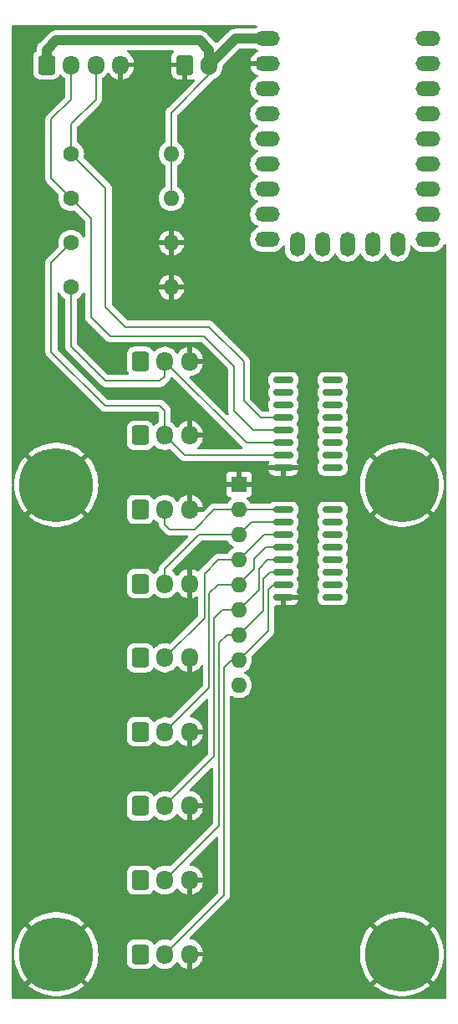
<source format=gtl>
G04 #@! TF.GenerationSoftware,KiCad,Pcbnew,8.0.2*
G04 #@! TF.CreationDate,2024-08-18T16:51:17+09:00*
G04 #@! TF.ProjectId,rainbow2-rp2040,7261696e-626f-4773-922d-727032303430,rev?*
G04 #@! TF.SameCoordinates,Original*
G04 #@! TF.FileFunction,Copper,L1,Top*
G04 #@! TF.FilePolarity,Positive*
%FSLAX46Y46*%
G04 Gerber Fmt 4.6, Leading zero omitted, Abs format (unit mm)*
G04 Created by KiCad (PCBNEW 8.0.2) date 2024-08-18 16:51:17*
%MOMM*%
%LPD*%
G01*
G04 APERTURE LIST*
G04 Aperture macros list*
%AMRoundRect*
0 Rectangle with rounded corners*
0 $1 Rounding radius*
0 $2 $3 $4 $5 $6 $7 $8 $9 X,Y pos of 4 corners*
0 Add a 4 corners polygon primitive as box body*
4,1,4,$2,$3,$4,$5,$6,$7,$8,$9,$2,$3,0*
0 Add four circle primitives for the rounded corners*
1,1,$1+$1,$2,$3*
1,1,$1+$1,$4,$5*
1,1,$1+$1,$6,$7*
1,1,$1+$1,$8,$9*
0 Add four rect primitives between the rounded corners*
20,1,$1+$1,$2,$3,$4,$5,0*
20,1,$1+$1,$4,$5,$6,$7,0*
20,1,$1+$1,$6,$7,$8,$9,0*
20,1,$1+$1,$8,$9,$2,$3,0*%
G04 Aperture macros list end*
G04 #@! TA.AperFunction,ComponentPad*
%ADD10RoundRect,0.250000X-0.600000X-0.750000X0.600000X-0.750000X0.600000X0.750000X-0.600000X0.750000X0*%
G04 #@! TD*
G04 #@! TA.AperFunction,ComponentPad*
%ADD11O,1.700000X2.000000*%
G04 #@! TD*
G04 #@! TA.AperFunction,ComponentPad*
%ADD12R,1.600000X1.600000*%
G04 #@! TD*
G04 #@! TA.AperFunction,ComponentPad*
%ADD13O,1.600000X1.600000*%
G04 #@! TD*
G04 #@! TA.AperFunction,ComponentPad*
%ADD14RoundRect,0.250000X-0.600000X-0.725000X0.600000X-0.725000X0.600000X0.725000X-0.600000X0.725000X0*%
G04 #@! TD*
G04 #@! TA.AperFunction,ComponentPad*
%ADD15O,1.700000X1.950000*%
G04 #@! TD*
G04 #@! TA.AperFunction,ComponentPad*
%ADD16C,7.500000*%
G04 #@! TD*
G04 #@! TA.AperFunction,SMDPad,CuDef*
%ADD17O,2.500000X1.500000*%
G04 #@! TD*
G04 #@! TA.AperFunction,SMDPad,CuDef*
%ADD18O,1.500000X2.500000*%
G04 #@! TD*
G04 #@! TA.AperFunction,ComponentPad*
%ADD19C,1.600000*%
G04 #@! TD*
G04 #@! TA.AperFunction,SMDPad,CuDef*
%ADD20RoundRect,0.150000X-0.850000X-0.150000X0.850000X-0.150000X0.850000X0.150000X-0.850000X0.150000X0*%
G04 #@! TD*
G04 #@! TA.AperFunction,ViaPad*
%ADD21C,0.600000*%
G04 #@! TD*
G04 #@! TA.AperFunction,Conductor*
%ADD22C,0.200000*%
G04 #@! TD*
G04 #@! TA.AperFunction,Conductor*
%ADD23C,1.000000*%
G04 #@! TD*
G04 APERTURE END LIST*
D10*
X113000000Y-57500000D03*
D11*
X115500000Y-57500000D03*
D12*
X118500000Y-99960000D03*
D13*
X118500000Y-102500000D03*
X118500000Y-105040000D03*
X118500000Y-107580000D03*
X118500000Y-110120000D03*
X118500000Y-112660000D03*
X118500000Y-115200000D03*
X118500000Y-117740000D03*
X118500000Y-120280000D03*
D14*
X108500000Y-140000000D03*
D15*
X111000000Y-140000000D03*
X113500000Y-140000000D03*
D14*
X108500000Y-95000000D03*
D15*
X111000000Y-95000000D03*
X113500000Y-95000000D03*
D16*
X100000000Y-100000000D03*
D14*
X108500000Y-117500000D03*
D15*
X111000000Y-117500000D03*
X113500000Y-117500000D03*
D17*
X137620000Y-54840000D03*
X137620000Y-57380000D03*
X137620000Y-59920000D03*
X137620000Y-62460000D03*
X137620000Y-65000000D03*
X137620000Y-67540000D03*
X137620000Y-70080000D03*
X137620000Y-72620000D03*
X137620000Y-75160000D03*
D18*
X134580000Y-75660000D03*
X132040000Y-75660000D03*
X129500000Y-75660000D03*
X126960000Y-75660000D03*
X124420000Y-75660000D03*
D17*
X121380000Y-75160000D03*
X121380000Y-72620000D03*
X121380000Y-70080000D03*
X121380000Y-67540000D03*
X121380000Y-65000000D03*
X121380000Y-62460000D03*
X121380000Y-59920000D03*
X121380000Y-57380000D03*
X121380000Y-54840000D03*
D14*
X108500000Y-87500000D03*
D15*
X111000000Y-87500000D03*
X113500000Y-87500000D03*
D16*
X100000000Y-147500000D03*
X135000000Y-147500000D03*
D19*
X101500000Y-80000000D03*
D13*
X111660000Y-80000000D03*
D16*
X135000000Y-100000000D03*
D20*
X123000000Y-102500000D03*
X123000000Y-103770000D03*
X123000000Y-105040000D03*
X123000000Y-106310000D03*
X123000000Y-107580000D03*
X123000000Y-108850000D03*
X123000000Y-110120000D03*
X123000000Y-111390000D03*
X128000000Y-111390000D03*
X128000000Y-110120000D03*
X128000000Y-108850000D03*
X128000000Y-107580000D03*
X128000000Y-106310000D03*
X128000000Y-105040000D03*
X128000000Y-103770000D03*
X128000000Y-102500000D03*
D19*
X101500000Y-66500000D03*
D13*
X111660000Y-66500000D03*
D19*
X101500000Y-71000000D03*
D13*
X111660000Y-71000000D03*
D14*
X108500000Y-125000000D03*
D15*
X111000000Y-125000000D03*
X113500000Y-125000000D03*
D14*
X108500000Y-110000000D03*
D15*
X111000000Y-110000000D03*
X113500000Y-110000000D03*
D14*
X108500000Y-102500000D03*
D15*
X111000000Y-102500000D03*
X113500000Y-102500000D03*
D14*
X99000000Y-57500000D03*
D15*
X101500000Y-57500000D03*
X104000000Y-57500000D03*
X106500000Y-57500000D03*
D20*
X123000000Y-89380000D03*
X123000000Y-90650000D03*
X123000000Y-91920000D03*
X123000000Y-93190000D03*
X123000000Y-94460000D03*
X123000000Y-95730000D03*
X123000000Y-97000000D03*
X123000000Y-98270000D03*
X128000000Y-98270000D03*
X128000000Y-97000000D03*
X128000000Y-95730000D03*
X128000000Y-94460000D03*
X128000000Y-93190000D03*
X128000000Y-91920000D03*
X128000000Y-90650000D03*
X128000000Y-89380000D03*
D19*
X101500000Y-75500000D03*
D13*
X111660000Y-75500000D03*
D14*
X108500000Y-147500000D03*
D15*
X111000000Y-147500000D03*
X113500000Y-147500000D03*
D14*
X108500000Y-132500000D03*
D15*
X111000000Y-132500000D03*
X113500000Y-132500000D03*
D21*
X111000000Y-105500000D03*
X111000000Y-98000000D03*
X111000000Y-128000000D03*
X118500000Y-60000000D03*
X111000000Y-90500000D03*
X125500000Y-111500000D03*
X111000000Y-150500000D03*
X111000000Y-135500000D03*
X111000000Y-120500000D03*
X125500000Y-98500000D03*
X118500000Y-57500000D03*
X108500000Y-57500000D03*
X111000000Y-113000000D03*
X110500000Y-57500000D03*
X121880000Y-57380000D03*
X111000000Y-143000000D03*
X121880000Y-75160000D03*
X128000000Y-103770000D03*
X128000000Y-107580000D03*
X121880000Y-67540000D03*
X124420000Y-75160000D03*
X128000000Y-102500000D03*
X128000000Y-106310000D03*
X121880000Y-70080000D03*
X121880000Y-62460000D03*
X128000000Y-110120000D03*
X121880000Y-65000000D03*
X128000000Y-108850000D03*
X121880000Y-72620000D03*
X128000000Y-105040000D03*
X129500000Y-75160000D03*
X128000000Y-94460000D03*
X126960000Y-75160000D03*
X128000000Y-93190000D03*
X132040000Y-75160000D03*
X128000000Y-95730000D03*
X134580000Y-75160000D03*
X128000000Y-97000000D03*
D22*
X105000000Y-82000000D02*
X107000000Y-84000000D01*
X115500000Y-84000000D02*
X119000000Y-87500000D01*
X104000000Y-57500000D02*
X104000000Y-61000000D01*
X119000000Y-91500000D02*
X120690000Y-93190000D01*
X105000000Y-70000000D02*
X105000000Y-82000000D01*
X107000000Y-84000000D02*
X115500000Y-84000000D01*
X101500000Y-66500000D02*
X105000000Y-70000000D01*
X104000000Y-61000000D02*
X101500000Y-63500000D01*
X120690000Y-93190000D02*
X123000000Y-93190000D01*
X119000000Y-87500000D02*
X119000000Y-91500000D01*
X101500000Y-63500000D02*
X101500000Y-66500000D01*
X103500000Y-83000000D02*
X105460000Y-84960000D01*
X119960000Y-94460000D02*
X123000000Y-94460000D01*
X105460000Y-84960000D02*
X114960000Y-84960000D01*
X99500000Y-69000000D02*
X101500000Y-71000000D01*
X101500000Y-57500000D02*
X101500000Y-61000000D01*
X101500000Y-71000000D02*
X103500000Y-73000000D01*
X101500000Y-61000000D02*
X99500000Y-63000000D01*
X99500000Y-63000000D02*
X99500000Y-69000000D01*
X118000000Y-92500000D02*
X119960000Y-94460000D01*
X118000000Y-88000000D02*
X118000000Y-92500000D01*
X103500000Y-73000000D02*
X103500000Y-83000000D01*
X114960000Y-84960000D02*
X118000000Y-88000000D01*
X111660000Y-71000000D02*
X111660000Y-66500000D01*
D23*
X115500000Y-57500000D02*
X118160000Y-54840000D01*
D22*
X111660000Y-62340000D02*
X115500000Y-58500000D01*
D23*
X118160000Y-54840000D02*
X121880000Y-54840000D01*
X115500000Y-56000000D02*
X114500000Y-55000000D01*
X115500000Y-57500000D02*
X115500000Y-56000000D01*
X99000000Y-56000000D02*
X99000000Y-57500000D01*
X114500000Y-55000000D02*
X100000000Y-55000000D01*
D22*
X111660000Y-66500000D02*
X111660000Y-62340000D01*
X115500000Y-58500000D02*
X115500000Y-57500000D01*
D23*
X100000000Y-55000000D02*
X99000000Y-56000000D01*
D22*
X118500000Y-102500000D02*
X123000000Y-102500000D01*
X118500000Y-105040000D02*
X119770000Y-103770000D01*
X119770000Y-103770000D02*
X123000000Y-103770000D01*
X116420000Y-107580000D02*
X118500000Y-107580000D01*
X115000000Y-113500000D02*
X115000000Y-109000000D01*
X121040000Y-105040000D02*
X118500000Y-107580000D01*
X111000000Y-117500000D02*
X115000000Y-113500000D01*
X123000000Y-105040000D02*
X121040000Y-105040000D01*
X115000000Y-109000000D02*
X116420000Y-107580000D01*
X120000000Y-107500000D02*
X120000000Y-108500000D01*
X118500000Y-110000000D02*
X118500000Y-110120000D01*
X123000000Y-106310000D02*
X121190000Y-106310000D01*
X115500000Y-120500000D02*
X115500000Y-111000000D01*
X121190000Y-106310000D02*
X120000000Y-107500000D01*
X111000000Y-125000000D02*
X115500000Y-120500000D01*
X116380000Y-110120000D02*
X118500000Y-110120000D01*
X115500000Y-111000000D02*
X116380000Y-110120000D01*
X120000000Y-108500000D02*
X118500000Y-110000000D01*
X121420000Y-107580000D02*
X123000000Y-107580000D01*
X118500000Y-112660000D02*
X120500000Y-110660000D01*
X116000000Y-113500000D02*
X116000000Y-127500000D01*
X116840000Y-112660000D02*
X116000000Y-113500000D01*
X116000000Y-127500000D02*
X111000000Y-132500000D01*
X120500000Y-108500000D02*
X121420000Y-107580000D01*
X120500000Y-110660000D02*
X120500000Y-108500000D01*
X118500000Y-112660000D02*
X116840000Y-112660000D01*
X116500000Y-134500000D02*
X116500000Y-116000000D01*
X117300000Y-115200000D02*
X118500000Y-115200000D01*
X121000000Y-112700000D02*
X121000000Y-109500000D01*
X121650000Y-108850000D02*
X123000000Y-108850000D01*
X111000000Y-140000000D02*
X116500000Y-134500000D01*
X118500000Y-115200000D02*
X121000000Y-112700000D01*
X116500000Y-116000000D02*
X117300000Y-115200000D01*
X121000000Y-109500000D02*
X121650000Y-108850000D01*
X121500000Y-114740000D02*
X121500000Y-110620001D01*
X118500000Y-117740000D02*
X121500000Y-114740000D01*
X121500000Y-110620001D02*
X122000001Y-110120000D01*
X117760000Y-117740000D02*
X117000000Y-118500000D01*
X117000000Y-141500000D02*
X111000000Y-147500000D01*
X122000001Y-110120000D02*
X123000000Y-110120000D01*
X117000000Y-118500000D02*
X117000000Y-141500000D01*
X118500000Y-117740000D02*
X117760000Y-117740000D01*
X105000000Y-89500000D02*
X110500000Y-89500000D01*
X101500000Y-80000000D02*
X101500000Y-86000000D01*
X111000000Y-89000000D02*
X111000000Y-87500000D01*
X111000000Y-87500000D02*
X119230000Y-95730000D01*
X101500000Y-86000000D02*
X105000000Y-89500000D01*
X110500000Y-89500000D02*
X111000000Y-89000000D01*
X119230000Y-95730000D02*
X123000000Y-95730000D01*
X110500000Y-92000000D02*
X111000000Y-92500000D01*
X104960000Y-92000000D02*
X110500000Y-92000000D01*
X111000000Y-92500000D02*
X111000000Y-95000000D01*
X111000000Y-95000000D02*
X113000000Y-97000000D01*
X99500000Y-86540000D02*
X104960000Y-92000000D01*
X101500000Y-75500000D02*
X99500000Y-77500000D01*
X99500000Y-77500000D02*
X99500000Y-86540000D01*
X113000000Y-97000000D02*
X123000000Y-97000000D01*
X114460000Y-105040000D02*
X118500000Y-105040000D01*
X111000000Y-108500000D02*
X114460000Y-105040000D01*
X111000000Y-110000000D02*
X111000000Y-108500000D01*
X116000000Y-102500000D02*
X118500000Y-102500000D01*
X114000000Y-104500000D02*
X116000000Y-102500000D01*
X111500000Y-104500000D02*
X114000000Y-104500000D01*
X111000000Y-104000000D02*
X111500000Y-104500000D01*
X111000000Y-102500000D02*
X111000000Y-104000000D01*
G04 #@! TA.AperFunction,Conductor*
G36*
X117335347Y-105660185D02*
G01*
X117369880Y-105693374D01*
X117455480Y-105815624D01*
X117499954Y-105879141D01*
X117660858Y-106040045D01*
X117660861Y-106040047D01*
X117847266Y-106170568D01*
X117905275Y-106197618D01*
X117957714Y-106243791D01*
X117976866Y-106310984D01*
X117956650Y-106377865D01*
X117905275Y-106422382D01*
X117847267Y-106449431D01*
X117847265Y-106449432D01*
X117660858Y-106579954D01*
X117499954Y-106740858D01*
X117423450Y-106850118D01*
X117369881Y-106926624D01*
X117315307Y-106970248D01*
X117268308Y-106979500D01*
X116340942Y-106979500D01*
X116188215Y-107020423D01*
X116174860Y-107028134D01*
X116174857Y-107028135D01*
X116051290Y-107099475D01*
X116051282Y-107099481D01*
X114519481Y-108631282D01*
X114519479Y-108631285D01*
X114483745Y-108693180D01*
X114483743Y-108693182D01*
X114459922Y-108734440D01*
X114409355Y-108782655D01*
X114340748Y-108795877D01*
X114279651Y-108772758D01*
X114207553Y-108720376D01*
X114018215Y-108623903D01*
X113816124Y-108558241D01*
X113750000Y-108547768D01*
X113750000Y-109595854D01*
X113683343Y-109557370D01*
X113562535Y-109525000D01*
X113437465Y-109525000D01*
X113316657Y-109557370D01*
X113250000Y-109595854D01*
X113250000Y-108547768D01*
X113249999Y-108547768D01*
X113183875Y-108558241D01*
X112981784Y-108623903D01*
X112792442Y-108720379D01*
X112620540Y-108845272D01*
X112620535Y-108845276D01*
X112470276Y-108995535D01*
X112470272Y-108995540D01*
X112350627Y-109160218D01*
X112295297Y-109202884D01*
X112225684Y-109208863D01*
X112163889Y-109176257D01*
X112149991Y-109160218D01*
X112030109Y-108995214D01*
X112030105Y-108995209D01*
X111879790Y-108844894D01*
X111879785Y-108844890D01*
X111779789Y-108772239D01*
X111737123Y-108716909D01*
X111731144Y-108647296D01*
X111763749Y-108585501D01*
X111764917Y-108584316D01*
X114672416Y-105676819D01*
X114733739Y-105643334D01*
X114760097Y-105640500D01*
X117268308Y-105640500D01*
X117335347Y-105660185D01*
G37*
G04 #@! TD.AperFunction*
G04 #@! TA.AperFunction,Conductor*
G36*
X120304995Y-53520185D02*
G01*
X120350750Y-53572989D01*
X120360694Y-53642147D01*
X120331669Y-53705703D01*
X120294250Y-53734985D01*
X120224593Y-53770476D01*
X120162186Y-53815818D01*
X120096380Y-53839298D01*
X120089301Y-53839500D01*
X118061455Y-53839500D01*
X117964812Y-53858724D01*
X117868167Y-53877947D01*
X117868161Y-53877949D01*
X117814834Y-53900037D01*
X117814834Y-53900038D01*
X117813695Y-53900510D01*
X117686089Y-53953366D01*
X117686079Y-53953371D01*
X117522219Y-54062859D01*
X117471713Y-54113366D01*
X117382861Y-54202218D01*
X117382858Y-54202221D01*
X116337680Y-55247398D01*
X116276357Y-55280883D01*
X116206665Y-55275899D01*
X116162320Y-55247399D01*
X115284208Y-54369288D01*
X115284206Y-54369285D01*
X115284206Y-54369286D01*
X115277139Y-54362219D01*
X115277139Y-54362218D01*
X115137782Y-54222861D01*
X115137781Y-54222860D01*
X115137780Y-54222859D01*
X114973920Y-54113371D01*
X114973911Y-54113366D01*
X114901315Y-54083296D01*
X114845165Y-54060038D01*
X114791836Y-54037949D01*
X114791832Y-54037948D01*
X114791828Y-54037946D01*
X114695188Y-54018724D01*
X114598544Y-53999500D01*
X114598541Y-53999500D01*
X100104675Y-53999500D01*
X100104655Y-53999499D01*
X100098541Y-53999499D01*
X99901460Y-53999499D01*
X99901457Y-53999499D01*
X99708172Y-54037946D01*
X99708164Y-54037948D01*
X99526088Y-54113366D01*
X99526079Y-54113371D01*
X99362219Y-54222859D01*
X99362215Y-54222862D01*
X98452253Y-55132826D01*
X98362220Y-55222859D01*
X98362218Y-55222861D01*
X98309180Y-55275899D01*
X98222859Y-55362219D01*
X98113371Y-55526080D01*
X98113366Y-55526089D01*
X98075653Y-55617139D01*
X98051462Y-55675542D01*
X98037949Y-55708164D01*
X98024229Y-55777139D01*
X98022002Y-55788336D01*
X97999500Y-55901456D01*
X97999500Y-56071042D01*
X97979815Y-56138081D01*
X97940598Y-56176580D01*
X97931344Y-56182287D01*
X97807289Y-56306342D01*
X97715187Y-56455663D01*
X97715185Y-56455668D01*
X97696450Y-56512206D01*
X97660001Y-56622203D01*
X97660001Y-56622204D01*
X97660000Y-56622204D01*
X97649500Y-56724983D01*
X97649500Y-58275001D01*
X97649501Y-58275018D01*
X97660000Y-58377796D01*
X97660001Y-58377799D01*
X97715185Y-58544331D01*
X97715187Y-58544336D01*
X97741631Y-58587208D01*
X97807288Y-58693656D01*
X97931344Y-58817712D01*
X98080666Y-58909814D01*
X98247203Y-58964999D01*
X98349991Y-58975500D01*
X99650008Y-58975499D01*
X99752797Y-58964999D01*
X99919334Y-58909814D01*
X100068656Y-58817712D01*
X100192712Y-58693656D01*
X100284814Y-58544334D01*
X100284814Y-58544331D01*
X100288178Y-58538879D01*
X100340126Y-58492154D01*
X100409088Y-58480931D01*
X100473170Y-58508774D01*
X100481398Y-58516294D01*
X100620213Y-58655109D01*
X100792184Y-58780051D01*
X100792184Y-58780052D01*
X100831793Y-58800233D01*
X100882590Y-58848206D01*
X100899500Y-58910718D01*
X100899500Y-60699902D01*
X100879815Y-60766941D01*
X100863181Y-60787583D01*
X99019481Y-62631282D01*
X99019480Y-62631284D01*
X98974775Y-62708716D01*
X98940423Y-62768215D01*
X98899499Y-62920943D01*
X98899499Y-62920945D01*
X98899499Y-63089046D01*
X98899500Y-63089059D01*
X98899500Y-68913330D01*
X98899499Y-68913348D01*
X98899499Y-69079054D01*
X98899498Y-69079054D01*
X98940423Y-69231786D01*
X98940424Y-69231787D01*
X98959804Y-69265354D01*
X99019481Y-69368717D01*
X99138349Y-69487585D01*
X99138355Y-69487590D01*
X100208058Y-70557293D01*
X100241543Y-70618616D01*
X100240152Y-70677067D01*
X100214366Y-70773302D01*
X100214364Y-70773313D01*
X100194532Y-70999998D01*
X100194532Y-71000001D01*
X100214364Y-71226686D01*
X100214366Y-71226697D01*
X100273258Y-71446488D01*
X100273261Y-71446497D01*
X100369431Y-71652732D01*
X100369432Y-71652734D01*
X100499954Y-71839141D01*
X100660858Y-72000045D01*
X100660861Y-72000047D01*
X100847266Y-72130568D01*
X101053504Y-72226739D01*
X101273308Y-72285635D01*
X101435230Y-72299801D01*
X101499998Y-72305468D01*
X101500000Y-72305468D01*
X101500002Y-72305468D01*
X101556673Y-72300509D01*
X101726692Y-72285635D01*
X101822932Y-72259847D01*
X101892781Y-72261510D01*
X101942706Y-72291941D01*
X102863181Y-73212416D01*
X102896666Y-73273739D01*
X102899500Y-73300097D01*
X102899500Y-74864664D01*
X102879815Y-74931703D01*
X102827011Y-74977458D01*
X102757853Y-74987402D01*
X102694297Y-74958377D01*
X102663118Y-74917069D01*
X102630568Y-74847267D01*
X102630567Y-74847265D01*
X102500045Y-74660858D01*
X102339141Y-74499954D01*
X102152734Y-74369432D01*
X102152732Y-74369431D01*
X101946497Y-74273261D01*
X101946488Y-74273258D01*
X101726697Y-74214366D01*
X101726693Y-74214365D01*
X101726692Y-74214365D01*
X101726691Y-74214364D01*
X101726686Y-74214364D01*
X101500002Y-74194532D01*
X101499998Y-74194532D01*
X101273313Y-74214364D01*
X101273302Y-74214366D01*
X101053511Y-74273258D01*
X101053502Y-74273261D01*
X100847267Y-74369431D01*
X100847265Y-74369432D01*
X100660858Y-74499954D01*
X100499954Y-74660858D01*
X100369432Y-74847265D01*
X100369431Y-74847267D01*
X100273261Y-75053502D01*
X100273258Y-75053511D01*
X100214366Y-75273302D01*
X100214364Y-75273313D01*
X100194532Y-75499998D01*
X100194532Y-75500001D01*
X100214364Y-75726686D01*
X100214366Y-75726697D01*
X100240152Y-75822931D01*
X100238489Y-75892781D01*
X100208058Y-75942705D01*
X99131286Y-77019478D01*
X99019481Y-77131282D01*
X99019479Y-77131285D01*
X98969361Y-77218094D01*
X98969359Y-77218096D01*
X98940425Y-77268209D01*
X98940424Y-77268210D01*
X98940423Y-77268215D01*
X98899499Y-77420943D01*
X98899499Y-77420945D01*
X98899499Y-77589046D01*
X98899500Y-77589059D01*
X98899500Y-86453330D01*
X98899499Y-86453348D01*
X98899499Y-86619054D01*
X98899498Y-86619054D01*
X98940423Y-86771785D01*
X98969358Y-86821900D01*
X98969359Y-86821904D01*
X98969360Y-86821904D01*
X98989496Y-86856782D01*
X99019479Y-86908714D01*
X99019481Y-86908717D01*
X99138349Y-87027585D01*
X99138355Y-87027590D01*
X104475139Y-92364374D01*
X104475149Y-92364385D01*
X104479479Y-92368715D01*
X104479480Y-92368716D01*
X104591284Y-92480520D01*
X104662990Y-92521919D01*
X104728215Y-92559577D01*
X104880943Y-92600500D01*
X105039057Y-92600500D01*
X110199903Y-92600500D01*
X110266942Y-92620185D01*
X110287584Y-92636819D01*
X110363181Y-92712416D01*
X110396666Y-92773739D01*
X110399500Y-92800097D01*
X110399500Y-93589281D01*
X110379815Y-93656320D01*
X110331795Y-93699765D01*
X110292185Y-93719947D01*
X110292184Y-93719948D01*
X110120215Y-93844889D01*
X109981398Y-93983706D01*
X109920075Y-94017190D01*
X109850383Y-94012206D01*
X109794450Y-93970334D01*
X109788178Y-93961120D01*
X109730947Y-93868334D01*
X109692712Y-93806344D01*
X109568656Y-93682288D01*
X109473998Y-93623903D01*
X109419336Y-93590187D01*
X109419331Y-93590185D01*
X109416603Y-93589281D01*
X109252797Y-93535001D01*
X109252795Y-93535000D01*
X109150010Y-93524500D01*
X107849998Y-93524500D01*
X107849981Y-93524501D01*
X107747203Y-93535000D01*
X107747200Y-93535001D01*
X107580668Y-93590185D01*
X107580663Y-93590187D01*
X107431342Y-93682289D01*
X107307289Y-93806342D01*
X107215187Y-93955663D01*
X107215185Y-93955668D01*
X107210325Y-93970334D01*
X107160001Y-94122203D01*
X107160001Y-94122204D01*
X107160000Y-94122204D01*
X107149500Y-94224983D01*
X107149500Y-95775001D01*
X107149501Y-95775018D01*
X107160000Y-95877796D01*
X107160001Y-95877799D01*
X107205894Y-96016294D01*
X107215186Y-96044334D01*
X107307288Y-96193656D01*
X107431344Y-96317712D01*
X107580666Y-96409814D01*
X107747203Y-96464999D01*
X107849991Y-96475500D01*
X109150008Y-96475499D01*
X109252797Y-96464999D01*
X109419334Y-96409814D01*
X109568656Y-96317712D01*
X109692712Y-96193656D01*
X109784814Y-96044334D01*
X109784814Y-96044331D01*
X109788178Y-96038879D01*
X109840126Y-95992154D01*
X109909088Y-95980931D01*
X109973170Y-96008774D01*
X109981398Y-96016294D01*
X110120213Y-96155109D01*
X110292179Y-96280048D01*
X110292181Y-96280049D01*
X110292184Y-96280051D01*
X110481588Y-96376557D01*
X110683757Y-96442246D01*
X110893713Y-96475500D01*
X110893714Y-96475500D01*
X111106286Y-96475500D01*
X111106287Y-96475500D01*
X111316243Y-96442246D01*
X111452873Y-96397851D01*
X111522708Y-96395856D01*
X111578867Y-96428102D01*
X112515139Y-97364374D01*
X112515149Y-97364385D01*
X112519479Y-97368715D01*
X112519480Y-97368716D01*
X112631284Y-97480520D01*
X112718095Y-97530639D01*
X112718097Y-97530641D01*
X112754849Y-97551860D01*
X112768215Y-97559577D01*
X112920943Y-97600500D01*
X121484674Y-97600500D01*
X121551713Y-97620185D01*
X121597468Y-97672989D01*
X121607412Y-97742147D01*
X121591406Y-97787621D01*
X121548718Y-97859801D01*
X121502899Y-98017513D01*
X121502704Y-98019998D01*
X121502705Y-98020000D01*
X124497295Y-98020000D01*
X124497295Y-98019998D01*
X124497100Y-98017513D01*
X124451281Y-97859801D01*
X124367685Y-97718447D01*
X124362900Y-97712278D01*
X124365366Y-97710364D01*
X124338802Y-97661776D01*
X124343749Y-97592082D01*
X124364856Y-97559232D01*
X124363301Y-97558026D01*
X124368077Y-97551868D01*
X124368081Y-97551865D01*
X124451744Y-97410398D01*
X124497598Y-97252569D01*
X124500500Y-97215694D01*
X124500500Y-96784306D01*
X124497598Y-96747431D01*
X124451744Y-96589602D01*
X124368081Y-96448135D01*
X124368078Y-96448132D01*
X124363298Y-96441969D01*
X124365750Y-96440066D01*
X124339155Y-96391421D01*
X124344104Y-96321726D01*
X124364940Y-96289304D01*
X124363298Y-96288031D01*
X124368075Y-96281870D01*
X124368081Y-96281865D01*
X124451744Y-96140398D01*
X124497598Y-95982569D01*
X124500500Y-95945694D01*
X124500500Y-95514306D01*
X124497598Y-95477431D01*
X124487487Y-95442630D01*
X124451745Y-95319606D01*
X124451744Y-95319603D01*
X124451744Y-95319602D01*
X124368081Y-95178135D01*
X124368078Y-95178132D01*
X124363298Y-95171969D01*
X124365750Y-95170066D01*
X124339155Y-95121421D01*
X124344104Y-95051726D01*
X124364940Y-95019304D01*
X124363298Y-95018031D01*
X124368075Y-95011870D01*
X124368081Y-95011865D01*
X124451744Y-94870398D01*
X124497598Y-94712569D01*
X124500500Y-94675694D01*
X124500500Y-94244306D01*
X124497598Y-94207431D01*
X124451744Y-94049602D01*
X124368081Y-93908135D01*
X124368078Y-93908132D01*
X124363298Y-93901969D01*
X124365750Y-93900066D01*
X124339155Y-93851421D01*
X124344104Y-93781726D01*
X124364940Y-93749304D01*
X124363298Y-93748031D01*
X124368075Y-93741870D01*
X124368081Y-93741865D01*
X124451744Y-93600398D01*
X124497598Y-93442569D01*
X124500500Y-93405694D01*
X124500500Y-92974306D01*
X124497598Y-92937431D01*
X124492009Y-92918195D01*
X124451745Y-92779606D01*
X124451744Y-92779603D01*
X124451744Y-92779602D01*
X124368081Y-92638135D01*
X124368078Y-92638132D01*
X124363298Y-92631969D01*
X124365750Y-92630066D01*
X124339155Y-92581421D01*
X124344104Y-92511726D01*
X124364940Y-92479304D01*
X124363298Y-92478031D01*
X124368075Y-92471870D01*
X124368081Y-92471865D01*
X124451744Y-92330398D01*
X124497598Y-92172569D01*
X124500500Y-92135694D01*
X124500500Y-91704306D01*
X124497598Y-91667431D01*
X124487096Y-91631284D01*
X124454614Y-91519480D01*
X124451744Y-91509602D01*
X124368081Y-91368135D01*
X124368078Y-91368132D01*
X124363298Y-91361969D01*
X124365750Y-91360066D01*
X124339155Y-91311421D01*
X124344104Y-91241726D01*
X124364940Y-91209304D01*
X124363298Y-91208031D01*
X124368075Y-91201870D01*
X124368081Y-91201865D01*
X124451744Y-91060398D01*
X124497598Y-90902569D01*
X124500500Y-90865694D01*
X124500500Y-90434306D01*
X124497598Y-90397431D01*
X124451744Y-90239602D01*
X124368081Y-90098135D01*
X124368078Y-90098132D01*
X124363298Y-90091969D01*
X124365750Y-90090066D01*
X124339155Y-90041421D01*
X124344104Y-89971726D01*
X124364940Y-89939304D01*
X124363298Y-89938031D01*
X124368075Y-89931870D01*
X124368081Y-89931865D01*
X124451744Y-89790398D01*
X124497598Y-89632569D01*
X124500500Y-89595694D01*
X124500500Y-89164306D01*
X124500499Y-89164298D01*
X126499500Y-89164298D01*
X126499500Y-89595701D01*
X126502401Y-89632567D01*
X126502402Y-89632573D01*
X126548254Y-89790393D01*
X126548255Y-89790396D01*
X126631917Y-89931862D01*
X126636702Y-89938031D01*
X126634256Y-89939927D01*
X126660857Y-89988642D01*
X126655873Y-90058334D01*
X126635069Y-90090703D01*
X126636702Y-90091969D01*
X126631917Y-90098137D01*
X126548255Y-90239603D01*
X126548254Y-90239606D01*
X126502402Y-90397426D01*
X126502401Y-90397432D01*
X126499500Y-90434298D01*
X126499500Y-90865701D01*
X126502401Y-90902567D01*
X126502402Y-90902573D01*
X126548254Y-91060393D01*
X126548255Y-91060396D01*
X126631917Y-91201862D01*
X126636702Y-91208031D01*
X126634256Y-91209927D01*
X126660857Y-91258642D01*
X126655873Y-91328334D01*
X126635069Y-91360703D01*
X126636702Y-91361969D01*
X126631917Y-91368137D01*
X126548255Y-91509603D01*
X126548254Y-91509606D01*
X126502402Y-91667426D01*
X126502401Y-91667432D01*
X126499500Y-91704298D01*
X126499500Y-92135701D01*
X126502401Y-92172567D01*
X126502402Y-92172573D01*
X126548254Y-92330393D01*
X126548255Y-92330396D01*
X126631917Y-92471862D01*
X126636702Y-92478031D01*
X126634256Y-92479927D01*
X126660857Y-92528642D01*
X126655873Y-92598334D01*
X126635069Y-92630703D01*
X126636702Y-92631969D01*
X126631917Y-92638137D01*
X126548255Y-92779603D01*
X126548254Y-92779606D01*
X126502402Y-92937426D01*
X126502401Y-92937432D01*
X126499500Y-92974298D01*
X126499500Y-93405701D01*
X126502401Y-93442567D01*
X126502402Y-93442573D01*
X126548254Y-93600393D01*
X126548255Y-93600396D01*
X126631917Y-93741862D01*
X126636702Y-93748031D01*
X126634256Y-93749927D01*
X126660857Y-93798642D01*
X126655873Y-93868334D01*
X126635069Y-93900703D01*
X126636702Y-93901969D01*
X126631917Y-93908137D01*
X126548255Y-94049603D01*
X126548254Y-94049606D01*
X126502402Y-94207426D01*
X126502401Y-94207432D01*
X126499500Y-94244298D01*
X126499500Y-94675701D01*
X126502401Y-94712567D01*
X126502402Y-94712573D01*
X126548254Y-94870393D01*
X126548255Y-94870396D01*
X126631917Y-95011862D01*
X126636702Y-95018031D01*
X126634256Y-95019927D01*
X126660857Y-95068642D01*
X126655873Y-95138334D01*
X126635069Y-95170703D01*
X126636702Y-95171969D01*
X126631917Y-95178137D01*
X126548255Y-95319603D01*
X126548254Y-95319606D01*
X126502402Y-95477426D01*
X126502401Y-95477432D01*
X126499500Y-95514298D01*
X126499500Y-95945701D01*
X126502401Y-95982567D01*
X126502402Y-95982573D01*
X126548254Y-96140393D01*
X126548255Y-96140396D01*
X126631917Y-96281862D01*
X126636702Y-96288031D01*
X126634256Y-96289927D01*
X126660857Y-96338642D01*
X126655873Y-96408334D01*
X126635069Y-96440703D01*
X126636702Y-96441969D01*
X126631917Y-96448137D01*
X126548255Y-96589603D01*
X126548254Y-96589606D01*
X126502402Y-96747426D01*
X126502401Y-96747432D01*
X126499500Y-96784298D01*
X126499500Y-97215701D01*
X126502401Y-97252567D01*
X126502402Y-97252573D01*
X126548254Y-97410393D01*
X126548255Y-97410396D01*
X126631917Y-97551862D01*
X126636702Y-97558031D01*
X126634256Y-97559927D01*
X126660857Y-97608642D01*
X126655873Y-97678334D01*
X126635069Y-97710703D01*
X126636702Y-97711969D01*
X126631917Y-97718137D01*
X126548255Y-97859603D01*
X126548254Y-97859606D01*
X126502402Y-98017426D01*
X126502401Y-98017432D01*
X126499500Y-98054298D01*
X126499500Y-98485701D01*
X126502401Y-98522567D01*
X126502402Y-98522573D01*
X126548254Y-98680393D01*
X126548255Y-98680396D01*
X126631917Y-98821862D01*
X126631923Y-98821870D01*
X126748129Y-98938076D01*
X126748133Y-98938079D01*
X126748135Y-98938081D01*
X126889602Y-99021744D01*
X126931224Y-99033836D01*
X127047426Y-99067597D01*
X127047429Y-99067597D01*
X127047431Y-99067598D01*
X127084306Y-99070500D01*
X127084314Y-99070500D01*
X128915686Y-99070500D01*
X128915694Y-99070500D01*
X128952569Y-99067598D01*
X128952571Y-99067597D01*
X128952573Y-99067597D01*
X129004123Y-99052620D01*
X129110398Y-99021744D01*
X129251865Y-98938081D01*
X129368081Y-98821865D01*
X129451744Y-98680398D01*
X129497598Y-98522569D01*
X129500500Y-98485694D01*
X129500500Y-98054306D01*
X129497598Y-98017431D01*
X129451744Y-97859602D01*
X129368081Y-97718135D01*
X129368078Y-97718132D01*
X129363298Y-97711969D01*
X129365750Y-97710066D01*
X129339155Y-97661421D01*
X129344104Y-97591726D01*
X129364940Y-97559304D01*
X129363298Y-97558031D01*
X129368075Y-97551870D01*
X129368081Y-97551865D01*
X129451744Y-97410398D01*
X129497598Y-97252569D01*
X129500500Y-97215694D01*
X129500500Y-96784306D01*
X129497598Y-96747431D01*
X129451744Y-96589602D01*
X129368081Y-96448135D01*
X129368078Y-96448132D01*
X129363298Y-96441969D01*
X129365750Y-96440066D01*
X129339155Y-96391421D01*
X129344104Y-96321726D01*
X129364940Y-96289304D01*
X129363298Y-96288031D01*
X129368075Y-96281870D01*
X129368081Y-96281865D01*
X129451744Y-96140398D01*
X129497598Y-95982569D01*
X129500500Y-95945694D01*
X129500500Y-95514306D01*
X129497598Y-95477431D01*
X129487487Y-95442630D01*
X129451745Y-95319606D01*
X129451744Y-95319603D01*
X129451744Y-95319602D01*
X129368081Y-95178135D01*
X129368078Y-95178132D01*
X129363298Y-95171969D01*
X129365750Y-95170066D01*
X129339155Y-95121421D01*
X129344104Y-95051726D01*
X129364940Y-95019304D01*
X129363298Y-95018031D01*
X129368075Y-95011870D01*
X129368081Y-95011865D01*
X129451744Y-94870398D01*
X129497598Y-94712569D01*
X129500500Y-94675694D01*
X129500500Y-94244306D01*
X129497598Y-94207431D01*
X129451744Y-94049602D01*
X129368081Y-93908135D01*
X129368078Y-93908132D01*
X129363298Y-93901969D01*
X129365750Y-93900066D01*
X129339155Y-93851421D01*
X129344104Y-93781726D01*
X129364940Y-93749304D01*
X129363298Y-93748031D01*
X129368075Y-93741870D01*
X129368081Y-93741865D01*
X129451744Y-93600398D01*
X129497598Y-93442569D01*
X129500500Y-93405694D01*
X129500500Y-92974306D01*
X129497598Y-92937431D01*
X129492009Y-92918195D01*
X129451745Y-92779606D01*
X129451744Y-92779603D01*
X129451744Y-92779602D01*
X129368081Y-92638135D01*
X129368078Y-92638132D01*
X129363298Y-92631969D01*
X129365750Y-92630066D01*
X129339155Y-92581421D01*
X129344104Y-92511726D01*
X129364940Y-92479304D01*
X129363298Y-92478031D01*
X129368075Y-92471870D01*
X129368081Y-92471865D01*
X129451744Y-92330398D01*
X129497598Y-92172569D01*
X129500500Y-92135694D01*
X129500500Y-91704306D01*
X129497598Y-91667431D01*
X129487096Y-91631284D01*
X129454614Y-91519480D01*
X129451744Y-91509602D01*
X129368081Y-91368135D01*
X129368078Y-91368132D01*
X129363298Y-91361969D01*
X129365750Y-91360066D01*
X129339155Y-91311421D01*
X129344104Y-91241726D01*
X129364940Y-91209304D01*
X129363298Y-91208031D01*
X129368075Y-91201870D01*
X129368081Y-91201865D01*
X129451744Y-91060398D01*
X129497598Y-90902569D01*
X129500500Y-90865694D01*
X129500500Y-90434306D01*
X129497598Y-90397431D01*
X129451744Y-90239602D01*
X129368081Y-90098135D01*
X129368078Y-90098132D01*
X129363298Y-90091969D01*
X129365750Y-90090066D01*
X129339155Y-90041421D01*
X129344104Y-89971726D01*
X129364940Y-89939304D01*
X129363298Y-89938031D01*
X129368075Y-89931870D01*
X129368081Y-89931865D01*
X129451744Y-89790398D01*
X129497598Y-89632569D01*
X129500500Y-89595694D01*
X129500500Y-89164306D01*
X129497598Y-89127431D01*
X129487981Y-89094330D01*
X129451745Y-88969606D01*
X129451744Y-88969603D01*
X129451744Y-88969602D01*
X129368081Y-88828135D01*
X129368079Y-88828133D01*
X129368076Y-88828129D01*
X129251870Y-88711923D01*
X129251862Y-88711917D01*
X129110396Y-88628255D01*
X129110393Y-88628254D01*
X128952573Y-88582402D01*
X128952567Y-88582401D01*
X128915701Y-88579500D01*
X128915694Y-88579500D01*
X127084306Y-88579500D01*
X127084298Y-88579500D01*
X127047432Y-88582401D01*
X127047426Y-88582402D01*
X126889606Y-88628254D01*
X126889603Y-88628255D01*
X126748137Y-88711917D01*
X126748129Y-88711923D01*
X126631923Y-88828129D01*
X126631917Y-88828137D01*
X126548255Y-88969603D01*
X126548254Y-88969606D01*
X126502402Y-89127426D01*
X126502401Y-89127432D01*
X126499500Y-89164298D01*
X124500499Y-89164298D01*
X124497598Y-89127431D01*
X124487981Y-89094330D01*
X124451745Y-88969606D01*
X124451744Y-88969603D01*
X124451744Y-88969602D01*
X124368081Y-88828135D01*
X124368079Y-88828133D01*
X124368076Y-88828129D01*
X124251870Y-88711923D01*
X124251862Y-88711917D01*
X124110396Y-88628255D01*
X124110393Y-88628254D01*
X123952573Y-88582402D01*
X123952567Y-88582401D01*
X123915701Y-88579500D01*
X123915694Y-88579500D01*
X122084306Y-88579500D01*
X122084298Y-88579500D01*
X122047432Y-88582401D01*
X122047426Y-88582402D01*
X121889606Y-88628254D01*
X121889603Y-88628255D01*
X121748137Y-88711917D01*
X121748129Y-88711923D01*
X121631923Y-88828129D01*
X121631917Y-88828137D01*
X121548255Y-88969603D01*
X121548254Y-88969606D01*
X121502402Y-89127426D01*
X121502401Y-89127432D01*
X121499500Y-89164298D01*
X121499500Y-89595701D01*
X121502401Y-89632567D01*
X121502402Y-89632573D01*
X121548254Y-89790393D01*
X121548255Y-89790396D01*
X121631917Y-89931862D01*
X121636702Y-89938031D01*
X121634256Y-89939927D01*
X121660857Y-89988642D01*
X121655873Y-90058334D01*
X121635069Y-90090703D01*
X121636702Y-90091969D01*
X121631917Y-90098137D01*
X121548255Y-90239603D01*
X121548254Y-90239606D01*
X121502402Y-90397426D01*
X121502401Y-90397432D01*
X121499500Y-90434298D01*
X121499500Y-90865701D01*
X121502401Y-90902567D01*
X121502402Y-90902573D01*
X121548254Y-91060393D01*
X121548255Y-91060396D01*
X121631917Y-91201862D01*
X121636702Y-91208031D01*
X121634256Y-91209927D01*
X121660857Y-91258642D01*
X121655873Y-91328334D01*
X121635069Y-91360703D01*
X121636702Y-91361969D01*
X121631917Y-91368137D01*
X121548255Y-91509603D01*
X121548254Y-91509606D01*
X121502402Y-91667426D01*
X121502401Y-91667432D01*
X121499500Y-91704298D01*
X121499500Y-92135701D01*
X121502401Y-92172567D01*
X121502402Y-92172573D01*
X121548254Y-92330393D01*
X121548257Y-92330400D01*
X121590825Y-92402380D01*
X121608008Y-92470104D01*
X121585848Y-92536366D01*
X121531381Y-92580129D01*
X121484093Y-92589500D01*
X120990097Y-92589500D01*
X120923058Y-92569815D01*
X120902416Y-92553181D01*
X119636819Y-91287584D01*
X119603334Y-91226261D01*
X119600500Y-91199903D01*
X119600500Y-87420944D01*
X119600500Y-87420943D01*
X119594754Y-87399500D01*
X119589534Y-87380019D01*
X119559577Y-87268216D01*
X119525010Y-87208343D01*
X119480524Y-87131290D01*
X119480521Y-87131286D01*
X119480520Y-87131284D01*
X119368716Y-87019480D01*
X119368715Y-87019479D01*
X119364385Y-87015149D01*
X119364374Y-87015139D01*
X115987590Y-83638355D01*
X115987588Y-83638352D01*
X115868717Y-83519481D01*
X115868716Y-83519480D01*
X115781904Y-83469360D01*
X115781904Y-83469359D01*
X115781900Y-83469358D01*
X115731785Y-83440423D01*
X115579057Y-83399499D01*
X115420943Y-83399499D01*
X115413347Y-83399499D01*
X115413331Y-83399500D01*
X107300097Y-83399500D01*
X107233058Y-83379815D01*
X107212416Y-83363181D01*
X105636819Y-81787584D01*
X105603334Y-81726261D01*
X105600500Y-81699903D01*
X105600500Y-79749999D01*
X110381127Y-79749999D01*
X110381128Y-79750000D01*
X111344314Y-79750000D01*
X111339920Y-79754394D01*
X111287259Y-79845606D01*
X111260000Y-79947339D01*
X111260000Y-80052661D01*
X111287259Y-80154394D01*
X111339920Y-80245606D01*
X111344314Y-80250000D01*
X110381128Y-80250000D01*
X110433730Y-80446317D01*
X110433734Y-80446326D01*
X110529865Y-80652482D01*
X110660342Y-80838820D01*
X110821179Y-80999657D01*
X111007517Y-81130134D01*
X111213673Y-81226265D01*
X111213682Y-81226269D01*
X111409999Y-81278872D01*
X111410000Y-81278871D01*
X111410000Y-80315686D01*
X111414394Y-80320080D01*
X111505606Y-80372741D01*
X111607339Y-80400000D01*
X111712661Y-80400000D01*
X111814394Y-80372741D01*
X111905606Y-80320080D01*
X111910000Y-80315686D01*
X111910000Y-81278872D01*
X112106317Y-81226269D01*
X112106326Y-81226265D01*
X112312482Y-81130134D01*
X112498820Y-80999657D01*
X112659657Y-80838820D01*
X112790134Y-80652482D01*
X112886265Y-80446326D01*
X112886269Y-80446317D01*
X112938872Y-80250000D01*
X111975686Y-80250000D01*
X111980080Y-80245606D01*
X112032741Y-80154394D01*
X112060000Y-80052661D01*
X112060000Y-79947339D01*
X112032741Y-79845606D01*
X111980080Y-79754394D01*
X111975686Y-79750000D01*
X112938872Y-79750000D01*
X112938872Y-79749999D01*
X112886269Y-79553682D01*
X112886265Y-79553673D01*
X112790134Y-79347517D01*
X112659657Y-79161179D01*
X112498820Y-79000342D01*
X112312482Y-78869865D01*
X112106328Y-78773734D01*
X111910000Y-78721127D01*
X111910000Y-79684314D01*
X111905606Y-79679920D01*
X111814394Y-79627259D01*
X111712661Y-79600000D01*
X111607339Y-79600000D01*
X111505606Y-79627259D01*
X111414394Y-79679920D01*
X111410000Y-79684314D01*
X111410000Y-78721127D01*
X111213671Y-78773734D01*
X111007517Y-78869865D01*
X110821179Y-79000342D01*
X110660342Y-79161179D01*
X110529865Y-79347517D01*
X110433734Y-79553673D01*
X110433730Y-79553682D01*
X110381127Y-79749999D01*
X105600500Y-79749999D01*
X105600500Y-75249999D01*
X110381127Y-75249999D01*
X110381128Y-75250000D01*
X111344314Y-75250000D01*
X111339920Y-75254394D01*
X111287259Y-75345606D01*
X111260000Y-75447339D01*
X111260000Y-75552661D01*
X111287259Y-75654394D01*
X111339920Y-75745606D01*
X111344314Y-75750000D01*
X110381128Y-75750000D01*
X110433730Y-75946317D01*
X110433734Y-75946326D01*
X110529865Y-76152482D01*
X110660342Y-76338820D01*
X110821179Y-76499657D01*
X111007517Y-76630134D01*
X111213673Y-76726265D01*
X111213682Y-76726269D01*
X111409999Y-76778872D01*
X111410000Y-76778871D01*
X111410000Y-75815686D01*
X111414394Y-75820080D01*
X111505606Y-75872741D01*
X111607339Y-75900000D01*
X111712661Y-75900000D01*
X111814394Y-75872741D01*
X111905606Y-75820080D01*
X111910000Y-75815686D01*
X111910000Y-76778872D01*
X112106317Y-76726269D01*
X112106326Y-76726265D01*
X112312482Y-76630134D01*
X112498820Y-76499657D01*
X112659657Y-76338820D01*
X112790134Y-76152482D01*
X112886265Y-75946326D01*
X112886269Y-75946317D01*
X112938872Y-75750000D01*
X111975686Y-75750000D01*
X111980080Y-75745606D01*
X112032741Y-75654394D01*
X112060000Y-75552661D01*
X112060000Y-75447339D01*
X112032741Y-75345606D01*
X111980080Y-75254394D01*
X111975686Y-75250000D01*
X112938872Y-75250000D01*
X112938872Y-75249999D01*
X112886269Y-75053682D01*
X112886265Y-75053673D01*
X112790134Y-74847517D01*
X112659657Y-74661179D01*
X112498820Y-74500342D01*
X112312482Y-74369865D01*
X112106328Y-74273734D01*
X111910000Y-74221127D01*
X111910000Y-75184314D01*
X111905606Y-75179920D01*
X111814394Y-75127259D01*
X111712661Y-75100000D01*
X111607339Y-75100000D01*
X111505606Y-75127259D01*
X111414394Y-75179920D01*
X111410000Y-75184314D01*
X111410000Y-74221127D01*
X111213671Y-74273734D01*
X111007517Y-74369865D01*
X110821179Y-74500342D01*
X110660342Y-74661179D01*
X110529865Y-74847517D01*
X110433734Y-75053673D01*
X110433730Y-75053682D01*
X110381127Y-75249999D01*
X105600500Y-75249999D01*
X105600500Y-69920945D01*
X105600500Y-69920943D01*
X105559577Y-69768216D01*
X105554072Y-69758681D01*
X105480524Y-69631290D01*
X105480521Y-69631286D01*
X105480520Y-69631284D01*
X105368716Y-69519480D01*
X105368715Y-69519479D01*
X105364385Y-69515149D01*
X105364374Y-69515139D01*
X102791941Y-66942706D01*
X102758456Y-66881383D01*
X102759847Y-66822931D01*
X102785635Y-66726692D01*
X102805468Y-66500000D01*
X102785635Y-66273308D01*
X102726739Y-66053504D01*
X102630568Y-65847266D01*
X102500047Y-65660861D01*
X102500045Y-65660858D01*
X102339140Y-65499953D01*
X102153377Y-65369881D01*
X102109752Y-65315304D01*
X102100500Y-65268306D01*
X102100500Y-63800096D01*
X102120185Y-63733057D01*
X102136814Y-63712420D01*
X104358506Y-61490727D01*
X104358511Y-61490724D01*
X104368714Y-61480520D01*
X104368716Y-61480520D01*
X104480520Y-61368716D01*
X104554666Y-61240291D01*
X104559577Y-61231785D01*
X104600501Y-61079057D01*
X104600501Y-60920943D01*
X104600501Y-60913348D01*
X104600500Y-60913330D01*
X104600500Y-58910718D01*
X104620185Y-58843679D01*
X104668207Y-58800233D01*
X104707815Y-58780052D01*
X104707815Y-58780051D01*
X104707816Y-58780051D01*
X104799193Y-58713661D01*
X104879786Y-58655109D01*
X104879788Y-58655106D01*
X104879792Y-58655104D01*
X105030104Y-58504792D01*
X105149991Y-58339779D01*
X105205320Y-58297115D01*
X105274933Y-58291136D01*
X105336729Y-58323741D01*
X105350627Y-58339781D01*
X105470272Y-58504459D01*
X105470276Y-58504464D01*
X105620535Y-58654723D01*
X105620540Y-58654727D01*
X105792442Y-58779620D01*
X105981782Y-58876095D01*
X106183871Y-58941757D01*
X106250000Y-58952231D01*
X106250000Y-57904145D01*
X106316657Y-57942630D01*
X106437465Y-57975000D01*
X106562535Y-57975000D01*
X106683343Y-57942630D01*
X106750000Y-57904145D01*
X106750000Y-58952230D01*
X106816126Y-58941757D01*
X106816129Y-58941757D01*
X107018217Y-58876095D01*
X107207557Y-58779620D01*
X107379459Y-58654727D01*
X107379464Y-58654723D01*
X107529723Y-58504464D01*
X107529727Y-58504459D01*
X107654620Y-58332557D01*
X107751095Y-58143217D01*
X107816757Y-57941130D01*
X107816757Y-57941127D01*
X107847030Y-57750000D01*
X106904146Y-57750000D01*
X106942630Y-57683343D01*
X106975000Y-57562535D01*
X106975000Y-57437465D01*
X106942630Y-57316657D01*
X106904146Y-57250000D01*
X107847030Y-57250000D01*
X107816757Y-57058872D01*
X107816757Y-57058869D01*
X107751095Y-56856782D01*
X107654620Y-56667442D01*
X107529727Y-56495540D01*
X107529723Y-56495535D01*
X107379464Y-56345276D01*
X107379459Y-56345272D01*
X107213668Y-56224818D01*
X107171002Y-56169488D01*
X107165023Y-56099875D01*
X107197629Y-56038080D01*
X107258467Y-56003723D01*
X107286553Y-56000500D01*
X111789477Y-56000500D01*
X111856516Y-56020185D01*
X111902271Y-56072989D01*
X111912215Y-56142147D01*
X111883190Y-56205703D01*
X111877158Y-56212181D01*
X111807684Y-56281654D01*
X111715643Y-56430875D01*
X111715641Y-56430880D01*
X111660494Y-56597302D01*
X111660493Y-56597309D01*
X111650000Y-56700013D01*
X111650000Y-57250000D01*
X112566988Y-57250000D01*
X112534075Y-57307007D01*
X112500000Y-57434174D01*
X112500000Y-57565826D01*
X112534075Y-57692993D01*
X112566988Y-57750000D01*
X111650001Y-57750000D01*
X111650001Y-58299986D01*
X111660494Y-58402697D01*
X111715641Y-58569119D01*
X111715643Y-58569124D01*
X111807684Y-58718345D01*
X111931654Y-58842315D01*
X112080875Y-58934356D01*
X112080880Y-58934358D01*
X112247302Y-58989505D01*
X112247309Y-58989506D01*
X112350019Y-58999999D01*
X112749999Y-58999999D01*
X112750000Y-58999998D01*
X112750000Y-57933012D01*
X112807007Y-57965925D01*
X112934174Y-58000000D01*
X113065826Y-58000000D01*
X113192993Y-57965925D01*
X113250000Y-57933012D01*
X113250000Y-58999999D01*
X113649972Y-58999999D01*
X113649986Y-58999998D01*
X113752695Y-58989506D01*
X113867092Y-58951598D01*
X113936921Y-58949196D01*
X113996963Y-58984927D01*
X114028156Y-59047448D01*
X114020596Y-59116907D01*
X113993778Y-59156985D01*
X111291286Y-61859478D01*
X111179481Y-61971282D01*
X111179479Y-61971285D01*
X111163838Y-61998377D01*
X111148196Y-62025470D01*
X111100423Y-62108215D01*
X111059499Y-62260943D01*
X111059499Y-62260945D01*
X111059499Y-62429046D01*
X111059500Y-62429059D01*
X111059500Y-65268306D01*
X111039815Y-65335345D01*
X111006623Y-65369881D01*
X110820859Y-65499953D01*
X110659954Y-65660858D01*
X110529432Y-65847265D01*
X110529431Y-65847267D01*
X110433261Y-66053502D01*
X110433258Y-66053511D01*
X110374366Y-66273302D01*
X110374364Y-66273313D01*
X110354532Y-66499998D01*
X110354532Y-66500001D01*
X110374364Y-66726686D01*
X110374366Y-66726697D01*
X110433258Y-66946488D01*
X110433261Y-66946497D01*
X110529431Y-67152732D01*
X110529432Y-67152734D01*
X110659954Y-67339141D01*
X110820858Y-67500045D01*
X110820861Y-67500047D01*
X111006624Y-67630118D01*
X111050248Y-67684693D01*
X111059500Y-67731692D01*
X111059500Y-69768306D01*
X111039815Y-69835345D01*
X111006623Y-69869881D01*
X110820859Y-69999953D01*
X110659954Y-70160858D01*
X110529432Y-70347265D01*
X110529431Y-70347267D01*
X110433261Y-70553502D01*
X110433258Y-70553511D01*
X110374366Y-70773302D01*
X110374364Y-70773313D01*
X110354532Y-70999998D01*
X110354532Y-71000001D01*
X110374364Y-71226686D01*
X110374366Y-71226697D01*
X110433258Y-71446488D01*
X110433261Y-71446497D01*
X110529431Y-71652732D01*
X110529432Y-71652734D01*
X110659954Y-71839141D01*
X110820858Y-72000045D01*
X110820861Y-72000047D01*
X111007266Y-72130568D01*
X111213504Y-72226739D01*
X111433308Y-72285635D01*
X111595230Y-72299801D01*
X111659998Y-72305468D01*
X111660000Y-72305468D01*
X111660002Y-72305468D01*
X111716673Y-72300509D01*
X111886692Y-72285635D01*
X112106496Y-72226739D01*
X112312734Y-72130568D01*
X112499139Y-72000047D01*
X112660047Y-71839139D01*
X112790568Y-71652734D01*
X112886739Y-71446496D01*
X112945635Y-71226692D01*
X112965468Y-71000000D01*
X112945635Y-70773308D01*
X112886739Y-70553504D01*
X112790568Y-70347266D01*
X112660047Y-70160861D01*
X112660045Y-70160858D01*
X112499140Y-69999953D01*
X112313377Y-69869881D01*
X112269752Y-69815304D01*
X112260500Y-69768306D01*
X112260500Y-67731692D01*
X112280185Y-67664653D01*
X112313374Y-67630119D01*
X112499139Y-67500047D01*
X112660047Y-67339139D01*
X112790568Y-67152734D01*
X112886739Y-66946496D01*
X112945635Y-66726692D01*
X112965468Y-66500000D01*
X112945635Y-66273308D01*
X112886739Y-66053504D01*
X112790568Y-65847266D01*
X112660047Y-65660861D01*
X112660045Y-65660858D01*
X112499140Y-65499953D01*
X112313377Y-65369881D01*
X112269752Y-65315304D01*
X112260500Y-65268306D01*
X112260500Y-62640096D01*
X112280185Y-62573057D01*
X112296814Y-62552420D01*
X115858505Y-58990728D01*
X115858510Y-58990725D01*
X115868714Y-58980520D01*
X115868716Y-58980520D01*
X115892584Y-58956650D01*
X115941945Y-58926402D01*
X116018412Y-58901557D01*
X116207816Y-58805051D01*
X116322891Y-58721445D01*
X116379786Y-58680109D01*
X116379788Y-58680106D01*
X116379792Y-58680104D01*
X116530104Y-58529792D01*
X116530106Y-58529788D01*
X116530109Y-58529786D01*
X116655048Y-58357820D01*
X116655047Y-58357820D01*
X116655051Y-58357816D01*
X116751557Y-58168412D01*
X116817246Y-57966243D01*
X116850500Y-57756287D01*
X116850500Y-57615782D01*
X116870185Y-57548743D01*
X116886819Y-57528101D01*
X118538101Y-55876819D01*
X118599424Y-55843334D01*
X118625782Y-55840500D01*
X120089301Y-55840500D01*
X120156340Y-55860185D01*
X120162186Y-55864182D01*
X120224593Y-55909523D01*
X120401763Y-55999795D01*
X120452560Y-56047769D01*
X120469355Y-56115590D01*
X120446818Y-56181725D01*
X120401764Y-56220765D01*
X120224856Y-56310904D01*
X120065678Y-56426555D01*
X119926555Y-56565678D01*
X119810904Y-56724856D01*
X119721581Y-56900162D01*
X119660781Y-57087283D01*
X119654016Y-57130000D01*
X121506000Y-57130000D01*
X121573039Y-57149685D01*
X121618794Y-57202489D01*
X121630000Y-57254000D01*
X121630000Y-57506000D01*
X121610315Y-57573039D01*
X121557511Y-57618794D01*
X121506000Y-57630000D01*
X119654016Y-57630000D01*
X119660781Y-57672716D01*
X119721581Y-57859837D01*
X119810904Y-58035143D01*
X119926555Y-58194321D01*
X120065678Y-58333444D01*
X120224856Y-58449095D01*
X120401764Y-58539234D01*
X120452560Y-58587208D01*
X120469355Y-58655029D01*
X120446818Y-58721164D01*
X120401764Y-58760204D01*
X120224594Y-58850476D01*
X120154290Y-58901556D01*
X120065354Y-58966172D01*
X120065352Y-58966174D01*
X120065351Y-58966174D01*
X119926174Y-59105351D01*
X119926174Y-59105352D01*
X119926172Y-59105354D01*
X119888660Y-59156985D01*
X119810476Y-59264594D01*
X119721117Y-59439970D01*
X119660290Y-59627173D01*
X119629500Y-59821577D01*
X119629500Y-60018422D01*
X119660290Y-60212826D01*
X119721117Y-60400029D01*
X119763668Y-60483539D01*
X119810476Y-60575405D01*
X119926172Y-60734646D01*
X120065354Y-60873828D01*
X120224595Y-60989524D01*
X120347992Y-61052397D01*
X120401213Y-61079515D01*
X120452009Y-61127489D01*
X120468804Y-61195310D01*
X120446267Y-61261445D01*
X120401213Y-61300485D01*
X120224594Y-61390476D01*
X120133741Y-61456485D01*
X120065354Y-61506172D01*
X120065352Y-61506174D01*
X120065351Y-61506174D01*
X119926174Y-61645351D01*
X119926174Y-61645352D01*
X119926172Y-61645354D01*
X119876485Y-61713741D01*
X119810476Y-61804594D01*
X119721117Y-61979970D01*
X119660290Y-62167173D01*
X119629500Y-62361577D01*
X119629500Y-62558422D01*
X119660290Y-62752826D01*
X119721117Y-62940029D01*
X119797052Y-63089059D01*
X119810476Y-63115405D01*
X119926172Y-63274646D01*
X120065354Y-63413828D01*
X120224595Y-63529524D01*
X120341414Y-63589046D01*
X120401213Y-63619515D01*
X120452009Y-63667489D01*
X120468804Y-63735310D01*
X120446267Y-63801445D01*
X120401213Y-63840485D01*
X120224594Y-63930476D01*
X120133741Y-63996485D01*
X120065354Y-64046172D01*
X120065352Y-64046174D01*
X120065351Y-64046174D01*
X119926174Y-64185351D01*
X119926174Y-64185352D01*
X119926172Y-64185354D01*
X119876485Y-64253741D01*
X119810476Y-64344594D01*
X119721117Y-64519970D01*
X119660290Y-64707173D01*
X119629500Y-64901577D01*
X119629500Y-65098422D01*
X119660290Y-65292826D01*
X119721117Y-65480029D01*
X119763668Y-65563539D01*
X119810476Y-65655405D01*
X119926172Y-65814646D01*
X120065354Y-65953828D01*
X120224595Y-66069524D01*
X120347992Y-66132397D01*
X120401213Y-66159515D01*
X120452009Y-66207489D01*
X120468804Y-66275310D01*
X120446267Y-66341445D01*
X120401213Y-66380485D01*
X120224594Y-66470476D01*
X120133741Y-66536485D01*
X120065354Y-66586172D01*
X120065352Y-66586174D01*
X120065351Y-66586174D01*
X119926174Y-66725351D01*
X119926174Y-66725352D01*
X119926172Y-66725354D01*
X119876485Y-66793741D01*
X119810476Y-66884594D01*
X119721117Y-67059970D01*
X119660290Y-67247173D01*
X119629500Y-67441577D01*
X119629500Y-67638422D01*
X119660290Y-67832826D01*
X119721117Y-68020029D01*
X119763668Y-68103539D01*
X119810476Y-68195405D01*
X119926172Y-68354646D01*
X120065354Y-68493828D01*
X120224595Y-68609524D01*
X120347992Y-68672397D01*
X120401213Y-68699515D01*
X120452009Y-68747489D01*
X120468804Y-68815310D01*
X120446267Y-68881445D01*
X120401213Y-68920485D01*
X120224594Y-69010476D01*
X120133741Y-69076485D01*
X120065354Y-69126172D01*
X120065352Y-69126174D01*
X120065351Y-69126174D01*
X119926174Y-69265351D01*
X119926174Y-69265352D01*
X119926172Y-69265354D01*
X119876485Y-69333741D01*
X119810476Y-69424594D01*
X119721117Y-69599970D01*
X119660290Y-69787173D01*
X119629500Y-69981577D01*
X119629500Y-70178422D01*
X119660290Y-70372826D01*
X119721117Y-70560029D01*
X119763668Y-70643539D01*
X119810476Y-70735405D01*
X119926172Y-70894646D01*
X120065354Y-71033828D01*
X120224595Y-71149524D01*
X120347992Y-71212397D01*
X120401213Y-71239515D01*
X120452009Y-71287489D01*
X120468804Y-71355310D01*
X120446267Y-71421445D01*
X120401213Y-71460485D01*
X120224594Y-71550476D01*
X120133741Y-71616485D01*
X120065354Y-71666172D01*
X120065352Y-71666174D01*
X120065351Y-71666174D01*
X119926174Y-71805351D01*
X119926174Y-71805352D01*
X119926172Y-71805354D01*
X119901626Y-71839139D01*
X119810476Y-71964594D01*
X119721117Y-72139970D01*
X119660290Y-72327173D01*
X119629500Y-72521577D01*
X119629500Y-72718422D01*
X119660290Y-72912826D01*
X119721117Y-73100029D01*
X119796887Y-73248735D01*
X119810476Y-73275405D01*
X119926172Y-73434646D01*
X120065354Y-73573828D01*
X120224595Y-73689524D01*
X120342305Y-73749500D01*
X120401213Y-73779515D01*
X120452009Y-73827489D01*
X120468804Y-73895310D01*
X120446267Y-73961445D01*
X120401213Y-74000485D01*
X120224594Y-74090476D01*
X120133741Y-74156485D01*
X120065354Y-74206172D01*
X120065352Y-74206174D01*
X120065351Y-74206174D01*
X119926174Y-74345351D01*
X119926174Y-74345352D01*
X119926172Y-74345354D01*
X119908364Y-74369865D01*
X119810476Y-74504594D01*
X119721117Y-74679970D01*
X119660290Y-74867173D01*
X119629500Y-75061577D01*
X119629500Y-75258422D01*
X119660290Y-75452826D01*
X119721117Y-75640029D01*
X119791782Y-75778716D01*
X119810476Y-75815405D01*
X119926172Y-75974646D01*
X120065354Y-76113828D01*
X120224595Y-76229524D01*
X120281301Y-76258417D01*
X120399970Y-76318882D01*
X120399972Y-76318882D01*
X120399975Y-76318884D01*
X120500317Y-76351487D01*
X120587173Y-76379709D01*
X120781578Y-76410500D01*
X120781583Y-76410500D01*
X121978422Y-76410500D01*
X122172826Y-76379709D01*
X122360025Y-76318884D01*
X122535405Y-76229524D01*
X122694646Y-76113828D01*
X122833828Y-75974646D01*
X122945182Y-75821380D01*
X123000512Y-75778716D01*
X123070126Y-75772737D01*
X123131921Y-75805343D01*
X123166278Y-75866182D01*
X123169500Y-75894267D01*
X123169500Y-76258422D01*
X123200290Y-76452826D01*
X123261117Y-76640029D01*
X123345413Y-76805468D01*
X123350476Y-76815405D01*
X123466172Y-76974646D01*
X123605354Y-77113828D01*
X123764595Y-77229524D01*
X123840519Y-77268209D01*
X123939970Y-77318882D01*
X123939972Y-77318882D01*
X123939975Y-77318884D01*
X124040317Y-77351487D01*
X124127173Y-77379709D01*
X124321578Y-77410500D01*
X124321583Y-77410500D01*
X124518422Y-77410500D01*
X124712826Y-77379709D01*
X124900025Y-77318884D01*
X125075405Y-77229524D01*
X125234646Y-77113828D01*
X125373828Y-76974646D01*
X125489524Y-76815405D01*
X125504692Y-76785635D01*
X125579515Y-76638787D01*
X125627489Y-76587990D01*
X125695310Y-76571195D01*
X125761445Y-76593732D01*
X125800485Y-76638787D01*
X125890474Y-76815403D01*
X125925234Y-76863246D01*
X126006172Y-76974646D01*
X126145354Y-77113828D01*
X126304595Y-77229524D01*
X126380519Y-77268209D01*
X126479970Y-77318882D01*
X126479972Y-77318882D01*
X126479975Y-77318884D01*
X126580317Y-77351487D01*
X126667173Y-77379709D01*
X126861578Y-77410500D01*
X126861583Y-77410500D01*
X127058422Y-77410500D01*
X127252826Y-77379709D01*
X127440025Y-77318884D01*
X127615405Y-77229524D01*
X127774646Y-77113828D01*
X127913828Y-76974646D01*
X128029524Y-76815405D01*
X128044692Y-76785635D01*
X128119515Y-76638787D01*
X128167489Y-76587990D01*
X128235310Y-76571195D01*
X128301445Y-76593732D01*
X128340485Y-76638787D01*
X128430474Y-76815403D01*
X128465234Y-76863246D01*
X128546172Y-76974646D01*
X128685354Y-77113828D01*
X128844595Y-77229524D01*
X128920519Y-77268209D01*
X129019970Y-77318882D01*
X129019972Y-77318882D01*
X129019975Y-77318884D01*
X129120317Y-77351487D01*
X129207173Y-77379709D01*
X129401578Y-77410500D01*
X129401583Y-77410500D01*
X129598422Y-77410500D01*
X129792826Y-77379709D01*
X129980025Y-77318884D01*
X130155405Y-77229524D01*
X130314646Y-77113828D01*
X130453828Y-76974646D01*
X130569524Y-76815405D01*
X130584692Y-76785635D01*
X130659515Y-76638787D01*
X130707489Y-76587990D01*
X130775310Y-76571195D01*
X130841445Y-76593732D01*
X130880485Y-76638787D01*
X130970474Y-76815403D01*
X131005234Y-76863246D01*
X131086172Y-76974646D01*
X131225354Y-77113828D01*
X131384595Y-77229524D01*
X131460519Y-77268209D01*
X131559970Y-77318882D01*
X131559972Y-77318882D01*
X131559975Y-77318884D01*
X131660317Y-77351487D01*
X131747173Y-77379709D01*
X131941578Y-77410500D01*
X131941583Y-77410500D01*
X132138422Y-77410500D01*
X132332826Y-77379709D01*
X132520025Y-77318884D01*
X132695405Y-77229524D01*
X132854646Y-77113828D01*
X132993828Y-76974646D01*
X133109524Y-76815405D01*
X133124692Y-76785635D01*
X133199515Y-76638787D01*
X133247489Y-76587990D01*
X133315310Y-76571195D01*
X133381445Y-76593732D01*
X133420485Y-76638787D01*
X133510474Y-76815403D01*
X133545234Y-76863246D01*
X133626172Y-76974646D01*
X133765354Y-77113828D01*
X133924595Y-77229524D01*
X134000519Y-77268209D01*
X134099970Y-77318882D01*
X134099972Y-77318882D01*
X134099975Y-77318884D01*
X134200317Y-77351487D01*
X134287173Y-77379709D01*
X134481578Y-77410500D01*
X134481583Y-77410500D01*
X134678422Y-77410500D01*
X134872826Y-77379709D01*
X135060025Y-77318884D01*
X135235405Y-77229524D01*
X135394646Y-77113828D01*
X135533828Y-76974646D01*
X135649524Y-76815405D01*
X135738884Y-76640025D01*
X135799709Y-76452826D01*
X135806413Y-76410500D01*
X135830500Y-76258422D01*
X135830500Y-75894267D01*
X135850185Y-75827228D01*
X135902989Y-75781473D01*
X135972147Y-75771529D01*
X136035703Y-75800554D01*
X136054817Y-75821380D01*
X136166172Y-75974646D01*
X136305354Y-76113828D01*
X136464595Y-76229524D01*
X136521301Y-76258417D01*
X136639970Y-76318882D01*
X136639972Y-76318882D01*
X136639975Y-76318884D01*
X136740317Y-76351487D01*
X136827173Y-76379709D01*
X137021578Y-76410500D01*
X137021583Y-76410500D01*
X138218422Y-76410500D01*
X138412826Y-76379709D01*
X138600025Y-76318884D01*
X138775405Y-76229524D01*
X138934646Y-76113828D01*
X139073828Y-75974646D01*
X139189524Y-75815405D01*
X139265015Y-75667245D01*
X139312989Y-75616448D01*
X139380810Y-75599653D01*
X139446945Y-75622190D01*
X139490397Y-75676905D01*
X139499500Y-75723539D01*
X139499500Y-99927373D01*
X139479815Y-99994412D01*
X139471757Y-100001393D01*
X139496005Y-100043392D01*
X139499500Y-100072626D01*
X139499500Y-147427373D01*
X139479815Y-147494412D01*
X139471757Y-147501393D01*
X139496005Y-147543392D01*
X139499500Y-147572626D01*
X139499500Y-151875500D01*
X139479815Y-151942539D01*
X139427011Y-151988294D01*
X139375500Y-151999500D01*
X95624500Y-151999500D01*
X95557461Y-151979815D01*
X95511706Y-151927011D01*
X95500500Y-151875500D01*
X95500500Y-147572626D01*
X95520185Y-147505587D01*
X95523400Y-147502801D01*
X95721054Y-147502801D01*
X95743477Y-147537691D01*
X95748360Y-147566726D01*
X95764447Y-147904450D01*
X95822071Y-148305231D01*
X95917531Y-148698722D01*
X95917534Y-148698733D01*
X96049956Y-149081340D01*
X96049966Y-149081365D01*
X96218168Y-149449675D01*
X96420621Y-149800335D01*
X96420627Y-149800343D01*
X96655485Y-150130154D01*
X96822985Y-150323460D01*
X98313098Y-148833347D01*
X98380076Y-148920635D01*
X98579365Y-149119924D01*
X98666650Y-149186900D01*
X97174928Y-150678622D01*
X97213676Y-150715568D01*
X97213695Y-150715585D01*
X97531968Y-150965877D01*
X97872594Y-151184782D01*
X98232485Y-151370319D01*
X98608383Y-151520806D01*
X98608395Y-151520810D01*
X98996882Y-151634880D01*
X98996899Y-151634884D01*
X99394460Y-151711508D01*
X99394472Y-151711510D01*
X99797554Y-151750000D01*
X100202446Y-151750000D01*
X100605527Y-151711510D01*
X100605539Y-151711508D01*
X101003100Y-151634884D01*
X101003117Y-151634880D01*
X101391604Y-151520810D01*
X101391616Y-151520806D01*
X101767507Y-151370322D01*
X101767511Y-151370320D01*
X102127406Y-151184782D01*
X102468031Y-150965877D01*
X102786314Y-150715578D01*
X102825069Y-150678622D01*
X101333348Y-149186901D01*
X101420635Y-149119924D01*
X101619924Y-148920635D01*
X101686901Y-148833348D01*
X103177012Y-150323459D01*
X103344512Y-150130156D01*
X103344523Y-150130143D01*
X103579372Y-149800343D01*
X103579378Y-149800335D01*
X103781831Y-149449675D01*
X103950033Y-149081365D01*
X103950043Y-149081340D01*
X104082465Y-148698733D01*
X104082468Y-148698722D01*
X104177928Y-148305231D01*
X104235552Y-147904450D01*
X104254818Y-147500000D01*
X104235552Y-147095549D01*
X104177928Y-146694768D01*
X104082468Y-146301277D01*
X104082465Y-146301266D01*
X103950043Y-145918659D01*
X103950033Y-145918634D01*
X103781831Y-145550324D01*
X103579378Y-145199664D01*
X103579372Y-145199656D01*
X103344523Y-144869856D01*
X103344512Y-144869843D01*
X103177013Y-144676538D01*
X101686900Y-146166650D01*
X101619924Y-146079365D01*
X101420635Y-145880076D01*
X101333348Y-145813098D01*
X102825070Y-144321376D01*
X102786323Y-144284431D01*
X102786304Y-144284414D01*
X102468031Y-144034122D01*
X102127406Y-143815217D01*
X101767511Y-143629679D01*
X101767507Y-143629677D01*
X101391616Y-143479193D01*
X101391604Y-143479189D01*
X101003117Y-143365119D01*
X101003100Y-143365115D01*
X100605539Y-143288491D01*
X100605527Y-143288489D01*
X100202446Y-143250000D01*
X99797554Y-143250000D01*
X99394472Y-143288489D01*
X99394460Y-143288491D01*
X98996899Y-143365115D01*
X98996882Y-143365119D01*
X98608395Y-143479189D01*
X98608383Y-143479193D01*
X98232485Y-143629680D01*
X97872594Y-143815217D01*
X97531968Y-144034122D01*
X97213685Y-144284421D01*
X97213673Y-144284432D01*
X97174929Y-144321375D01*
X97174929Y-144321376D01*
X98666651Y-145813098D01*
X98579365Y-145880076D01*
X98380076Y-146079365D01*
X98313098Y-146166651D01*
X96822986Y-144676539D01*
X96655485Y-144869845D01*
X96420627Y-145199656D01*
X96420621Y-145199664D01*
X96218168Y-145550324D01*
X96049966Y-145918634D01*
X96049956Y-145918659D01*
X95917534Y-146301266D01*
X95917531Y-146301277D01*
X95822071Y-146694768D01*
X95764447Y-147095549D01*
X95748360Y-147433273D01*
X95725507Y-147499300D01*
X95721054Y-147502801D01*
X95523400Y-147502801D01*
X95528242Y-147498605D01*
X95503995Y-147456607D01*
X95500500Y-147427373D01*
X95500500Y-100072626D01*
X95520185Y-100005587D01*
X95523400Y-100002801D01*
X95721054Y-100002801D01*
X95743477Y-100037691D01*
X95748360Y-100066726D01*
X95764447Y-100404450D01*
X95822071Y-100805231D01*
X95917531Y-101198722D01*
X95917534Y-101198733D01*
X96049956Y-101581340D01*
X96049966Y-101581365D01*
X96218168Y-101949675D01*
X96420621Y-102300335D01*
X96420627Y-102300343D01*
X96655485Y-102630154D01*
X96822985Y-102823460D01*
X98313098Y-101333347D01*
X98380076Y-101420635D01*
X98579365Y-101619924D01*
X98666650Y-101686900D01*
X97174928Y-103178622D01*
X97213676Y-103215568D01*
X97213695Y-103215585D01*
X97531968Y-103465877D01*
X97872594Y-103684782D01*
X98232485Y-103870319D01*
X98608383Y-104020806D01*
X98608395Y-104020810D01*
X98996882Y-104134880D01*
X98996899Y-104134884D01*
X99394460Y-104211508D01*
X99394472Y-104211510D01*
X99797554Y-104250000D01*
X100202446Y-104250000D01*
X100605527Y-104211510D01*
X100605539Y-104211508D01*
X101003100Y-104134884D01*
X101003117Y-104134880D01*
X101391604Y-104020810D01*
X101391616Y-104020806D01*
X101767507Y-103870322D01*
X101767511Y-103870320D01*
X102127406Y-103684782D01*
X102468031Y-103465877D01*
X102786314Y-103215578D01*
X102825069Y-103178622D01*
X101333348Y-101686901D01*
X101420635Y-101619924D01*
X101619924Y-101420635D01*
X101686901Y-101333348D01*
X103177012Y-102823459D01*
X103344512Y-102630156D01*
X103344523Y-102630143D01*
X103579372Y-102300343D01*
X103579378Y-102300335D01*
X103781831Y-101949675D01*
X103884445Y-101724983D01*
X107149500Y-101724983D01*
X107149500Y-103275001D01*
X107149501Y-103275018D01*
X107160000Y-103377796D01*
X107160001Y-103377799D01*
X107213378Y-103538879D01*
X107215186Y-103544334D01*
X107307288Y-103693656D01*
X107431344Y-103817712D01*
X107580666Y-103909814D01*
X107747203Y-103964999D01*
X107849991Y-103975500D01*
X109150008Y-103975499D01*
X109252797Y-103964999D01*
X109419334Y-103909814D01*
X109568656Y-103817712D01*
X109692712Y-103693656D01*
X109784814Y-103544334D01*
X109784814Y-103544331D01*
X109788178Y-103538879D01*
X109840126Y-103492154D01*
X109909088Y-103480931D01*
X109973170Y-103508774D01*
X109981398Y-103516294D01*
X110120213Y-103655109D01*
X110292184Y-103780051D01*
X110292184Y-103780052D01*
X110331793Y-103800233D01*
X110382590Y-103848206D01*
X110399500Y-103910718D01*
X110399500Y-103913330D01*
X110399499Y-103913348D01*
X110399499Y-104079054D01*
X110399498Y-104079054D01*
X110399499Y-104079057D01*
X110440423Y-104231785D01*
X110440424Y-104231787D01*
X110440423Y-104231787D01*
X110446553Y-104242403D01*
X110446554Y-104242404D01*
X110519477Y-104368712D01*
X110519479Y-104368715D01*
X110519480Y-104368716D01*
X110631284Y-104480520D01*
X110631285Y-104480521D01*
X111131284Y-104980520D01*
X111131286Y-104980521D01*
X111131290Y-104980524D01*
X111234307Y-105040000D01*
X111268216Y-105059577D01*
X111420943Y-105100501D01*
X111420945Y-105100501D01*
X111586654Y-105100501D01*
X111586670Y-105100500D01*
X113250903Y-105100500D01*
X113317942Y-105120185D01*
X113363697Y-105172989D01*
X113373641Y-105242147D01*
X113344616Y-105305703D01*
X113338584Y-105312179D01*
X111930371Y-106720393D01*
X110631286Y-108019478D01*
X110519481Y-108131282D01*
X110519479Y-108131285D01*
X110514490Y-108139927D01*
X110484024Y-108192696D01*
X110440423Y-108268215D01*
X110399499Y-108420943D01*
X110399499Y-108420945D01*
X110399499Y-108589046D01*
X110399500Y-108589059D01*
X110399500Y-108589281D01*
X110379815Y-108656320D01*
X110331795Y-108699765D01*
X110292185Y-108719947D01*
X110292184Y-108719948D01*
X110120215Y-108844889D01*
X109981398Y-108983706D01*
X109920075Y-109017190D01*
X109850383Y-109012206D01*
X109794450Y-108970334D01*
X109788178Y-108961120D01*
X109746322Y-108893261D01*
X109692712Y-108806344D01*
X109568656Y-108682288D01*
X109419334Y-108590186D01*
X109252797Y-108535001D01*
X109252795Y-108535000D01*
X109150010Y-108524500D01*
X107849998Y-108524500D01*
X107849981Y-108524501D01*
X107747203Y-108535000D01*
X107747200Y-108535001D01*
X107580668Y-108590185D01*
X107580663Y-108590187D01*
X107431342Y-108682289D01*
X107307289Y-108806342D01*
X107215187Y-108955663D01*
X107215185Y-108955668D01*
X107210325Y-108970334D01*
X107160001Y-109122203D01*
X107160001Y-109122204D01*
X107160000Y-109122204D01*
X107149500Y-109224983D01*
X107149500Y-110775001D01*
X107149501Y-110775018D01*
X107160000Y-110877796D01*
X107160001Y-110877799D01*
X107205894Y-111016294D01*
X107215186Y-111044334D01*
X107307288Y-111193656D01*
X107431344Y-111317712D01*
X107580666Y-111409814D01*
X107747203Y-111464999D01*
X107849991Y-111475500D01*
X109150008Y-111475499D01*
X109252797Y-111464999D01*
X109419334Y-111409814D01*
X109568656Y-111317712D01*
X109692712Y-111193656D01*
X109784814Y-111044334D01*
X109784814Y-111044331D01*
X109788178Y-111038879D01*
X109840126Y-110992154D01*
X109909088Y-110980931D01*
X109973170Y-111008774D01*
X109981398Y-111016294D01*
X110120213Y-111155109D01*
X110292179Y-111280048D01*
X110292181Y-111280049D01*
X110292184Y-111280051D01*
X110481588Y-111376557D01*
X110683757Y-111442246D01*
X110893713Y-111475500D01*
X110893714Y-111475500D01*
X111106286Y-111475500D01*
X111106287Y-111475500D01*
X111316243Y-111442246D01*
X111518412Y-111376557D01*
X111707816Y-111280051D01*
X111772497Y-111233058D01*
X111879786Y-111155109D01*
X111879788Y-111155106D01*
X111879792Y-111155104D01*
X112030104Y-111004792D01*
X112149991Y-110839779D01*
X112205320Y-110797115D01*
X112274933Y-110791136D01*
X112336729Y-110823741D01*
X112350627Y-110839781D01*
X112470272Y-111004459D01*
X112470276Y-111004464D01*
X112620535Y-111154723D01*
X112620540Y-111154727D01*
X112792442Y-111279620D01*
X112981782Y-111376095D01*
X113183871Y-111441757D01*
X113250000Y-111452231D01*
X113250000Y-110404145D01*
X113316657Y-110442630D01*
X113437465Y-110475000D01*
X113562535Y-110475000D01*
X113683343Y-110442630D01*
X113750000Y-110404145D01*
X113750000Y-111452230D01*
X113816126Y-111441757D01*
X113816129Y-111441757D01*
X114018217Y-111376095D01*
X114207552Y-111279623D01*
X114210706Y-111277691D01*
X114278151Y-111259444D01*
X114344754Y-111280557D01*
X114389370Y-111334327D01*
X114399500Y-111383416D01*
X114399500Y-113199902D01*
X114379815Y-113266941D01*
X114363181Y-113287583D01*
X111578867Y-116071896D01*
X111517544Y-116105381D01*
X111452868Y-116102146D01*
X111316240Y-116057753D01*
X111151064Y-116031592D01*
X111106287Y-116024500D01*
X110893713Y-116024500D01*
X110848936Y-116031592D01*
X110683760Y-116057753D01*
X110481585Y-116123444D01*
X110292179Y-116219951D01*
X110120215Y-116344889D01*
X109981398Y-116483706D01*
X109920075Y-116517190D01*
X109850383Y-116512206D01*
X109794450Y-116470334D01*
X109788178Y-116461120D01*
X109692712Y-116306344D01*
X109568657Y-116182289D01*
X109568656Y-116182288D01*
X109443969Y-116105381D01*
X109419336Y-116090187D01*
X109419331Y-116090185D01*
X109417862Y-116089698D01*
X109252797Y-116035001D01*
X109252795Y-116035000D01*
X109150010Y-116024500D01*
X107849998Y-116024500D01*
X107849981Y-116024501D01*
X107747203Y-116035000D01*
X107747200Y-116035001D01*
X107580668Y-116090185D01*
X107580663Y-116090187D01*
X107431342Y-116182289D01*
X107307289Y-116306342D01*
X107215187Y-116455663D01*
X107215185Y-116455668D01*
X107210436Y-116470000D01*
X107160001Y-116622203D01*
X107160001Y-116622204D01*
X107160000Y-116622204D01*
X107149500Y-116724983D01*
X107149500Y-118275001D01*
X107149501Y-118275018D01*
X107160000Y-118377796D01*
X107160001Y-118377799D01*
X107205894Y-118516294D01*
X107215186Y-118544334D01*
X107307288Y-118693656D01*
X107431344Y-118817712D01*
X107580666Y-118909814D01*
X107747203Y-118964999D01*
X107849991Y-118975500D01*
X109150008Y-118975499D01*
X109252797Y-118964999D01*
X109419334Y-118909814D01*
X109568656Y-118817712D01*
X109692712Y-118693656D01*
X109784814Y-118544334D01*
X109784814Y-118544331D01*
X109788178Y-118538879D01*
X109840126Y-118492154D01*
X109909088Y-118480931D01*
X109973170Y-118508774D01*
X109981398Y-118516294D01*
X110120213Y-118655109D01*
X110292179Y-118780048D01*
X110292181Y-118780049D01*
X110292184Y-118780051D01*
X110481588Y-118876557D01*
X110683757Y-118942246D01*
X110893713Y-118975500D01*
X110893714Y-118975500D01*
X111106286Y-118975500D01*
X111106287Y-118975500D01*
X111316243Y-118942246D01*
X111518412Y-118876557D01*
X111707816Y-118780051D01*
X111798439Y-118714210D01*
X111879786Y-118655109D01*
X111879788Y-118655106D01*
X111879792Y-118655104D01*
X112030104Y-118504792D01*
X112149991Y-118339779D01*
X112205320Y-118297115D01*
X112274933Y-118291136D01*
X112336729Y-118323741D01*
X112350627Y-118339781D01*
X112470272Y-118504459D01*
X112470276Y-118504464D01*
X112620535Y-118654723D01*
X112620540Y-118654727D01*
X112792442Y-118779620D01*
X112981782Y-118876095D01*
X113183871Y-118941757D01*
X113250000Y-118952231D01*
X113250000Y-117904145D01*
X113316657Y-117942630D01*
X113437465Y-117975000D01*
X113562535Y-117975000D01*
X113683343Y-117942630D01*
X113750000Y-117904145D01*
X113750000Y-118952230D01*
X113816126Y-118941757D01*
X113816129Y-118941757D01*
X114018217Y-118876095D01*
X114207557Y-118779620D01*
X114379459Y-118654727D01*
X114379464Y-118654723D01*
X114529723Y-118504464D01*
X114529727Y-118504459D01*
X114654622Y-118332555D01*
X114665015Y-118312159D01*
X114712989Y-118261362D01*
X114780810Y-118244567D01*
X114846945Y-118267104D01*
X114890397Y-118321819D01*
X114899500Y-118368453D01*
X114899500Y-120199902D01*
X114879815Y-120266941D01*
X114863181Y-120287583D01*
X111578867Y-123571896D01*
X111517544Y-123605381D01*
X111452868Y-123602146D01*
X111316240Y-123557753D01*
X111154957Y-123532208D01*
X111106287Y-123524500D01*
X110893713Y-123524500D01*
X110845042Y-123532208D01*
X110683760Y-123557753D01*
X110481585Y-123623444D01*
X110292179Y-123719951D01*
X110120215Y-123844889D01*
X109981398Y-123983706D01*
X109920075Y-124017190D01*
X109850383Y-124012206D01*
X109794450Y-123970334D01*
X109788178Y-123961120D01*
X109692712Y-123806344D01*
X109568657Y-123682289D01*
X109568656Y-123682288D01*
X109443969Y-123605381D01*
X109419336Y-123590187D01*
X109419331Y-123590185D01*
X109417862Y-123589698D01*
X109252797Y-123535001D01*
X109252795Y-123535000D01*
X109150010Y-123524500D01*
X107849998Y-123524500D01*
X107849981Y-123524501D01*
X107747203Y-123535000D01*
X107747200Y-123535001D01*
X107580668Y-123590185D01*
X107580663Y-123590187D01*
X107431342Y-123682289D01*
X107307289Y-123806342D01*
X107215187Y-123955663D01*
X107215185Y-123955668D01*
X107210325Y-123970334D01*
X107160001Y-124122203D01*
X107160001Y-124122204D01*
X107160000Y-124122204D01*
X107149500Y-124224983D01*
X107149500Y-125775001D01*
X107149501Y-125775018D01*
X107160000Y-125877796D01*
X107160001Y-125877799D01*
X107205894Y-126016294D01*
X107215186Y-126044334D01*
X107307288Y-126193656D01*
X107431344Y-126317712D01*
X107580666Y-126409814D01*
X107747203Y-126464999D01*
X107849991Y-126475500D01*
X109150008Y-126475499D01*
X109252797Y-126464999D01*
X109419334Y-126409814D01*
X109568656Y-126317712D01*
X109692712Y-126193656D01*
X109784814Y-126044334D01*
X109784814Y-126044331D01*
X109788178Y-126038879D01*
X109840126Y-125992154D01*
X109909088Y-125980931D01*
X109973170Y-126008774D01*
X109981398Y-126016294D01*
X110120213Y-126155109D01*
X110292179Y-126280048D01*
X110292181Y-126280049D01*
X110292184Y-126280051D01*
X110481588Y-126376557D01*
X110683757Y-126442246D01*
X110893713Y-126475500D01*
X110893714Y-126475500D01*
X111106286Y-126475500D01*
X111106287Y-126475500D01*
X111316243Y-126442246D01*
X111518412Y-126376557D01*
X111707816Y-126280051D01*
X111729789Y-126264086D01*
X111879786Y-126155109D01*
X111879788Y-126155106D01*
X111879792Y-126155104D01*
X112030104Y-126004792D01*
X112149991Y-125839779D01*
X112205320Y-125797115D01*
X112274933Y-125791136D01*
X112336729Y-125823741D01*
X112350627Y-125839781D01*
X112470272Y-126004459D01*
X112470276Y-126004464D01*
X112620535Y-126154723D01*
X112620540Y-126154727D01*
X112792442Y-126279620D01*
X112981782Y-126376095D01*
X113183871Y-126441757D01*
X113250000Y-126452231D01*
X113250000Y-125404145D01*
X113316657Y-125442630D01*
X113437465Y-125475000D01*
X113562535Y-125475000D01*
X113683343Y-125442630D01*
X113750000Y-125404145D01*
X113750000Y-126452230D01*
X113816126Y-126441757D01*
X113816129Y-126441757D01*
X114018217Y-126376095D01*
X114207557Y-126279620D01*
X114379459Y-126154727D01*
X114379464Y-126154723D01*
X114529723Y-126004464D01*
X114529727Y-126004459D01*
X114654620Y-125832557D01*
X114751095Y-125643217D01*
X114816757Y-125441130D01*
X114816757Y-125441127D01*
X114847030Y-125250000D01*
X113904146Y-125250000D01*
X113942630Y-125183343D01*
X113975000Y-125062535D01*
X113975000Y-124937465D01*
X113942630Y-124816657D01*
X113904146Y-124750000D01*
X114847030Y-124750000D01*
X114816757Y-124558872D01*
X114816757Y-124558869D01*
X114751095Y-124356782D01*
X114654620Y-124167442D01*
X114529727Y-123995540D01*
X114529723Y-123995535D01*
X114379464Y-123845276D01*
X114379459Y-123845272D01*
X114207557Y-123720379D01*
X114018217Y-123623904D01*
X113816129Y-123558242D01*
X113603159Y-123524511D01*
X113540024Y-123494582D01*
X113503093Y-123435270D01*
X113504091Y-123365408D01*
X113534873Y-123314360D01*
X115187821Y-121661413D01*
X115249142Y-121627930D01*
X115318834Y-121632914D01*
X115374767Y-121674786D01*
X115399184Y-121740250D01*
X115399500Y-121749096D01*
X115399500Y-127199902D01*
X115379815Y-127266941D01*
X115363181Y-127287583D01*
X111578867Y-131071896D01*
X111517544Y-131105381D01*
X111452868Y-131102146D01*
X111316240Y-131057753D01*
X111154957Y-131032208D01*
X111106287Y-131024500D01*
X110893713Y-131024500D01*
X110845042Y-131032208D01*
X110683760Y-131057753D01*
X110481585Y-131123444D01*
X110292179Y-131219951D01*
X110120215Y-131344889D01*
X109981398Y-131483706D01*
X109920075Y-131517190D01*
X109850383Y-131512206D01*
X109794450Y-131470334D01*
X109788178Y-131461120D01*
X109692712Y-131306344D01*
X109568657Y-131182289D01*
X109568656Y-131182288D01*
X109443969Y-131105381D01*
X109419336Y-131090187D01*
X109419331Y-131090185D01*
X109417862Y-131089698D01*
X109252797Y-131035001D01*
X109252795Y-131035000D01*
X109150010Y-131024500D01*
X107849998Y-131024500D01*
X107849981Y-131024501D01*
X107747203Y-131035000D01*
X107747200Y-131035001D01*
X107580668Y-131090185D01*
X107580663Y-131090187D01*
X107431342Y-131182289D01*
X107307289Y-131306342D01*
X107215187Y-131455663D01*
X107215185Y-131455668D01*
X107210325Y-131470334D01*
X107160001Y-131622203D01*
X107160001Y-131622204D01*
X107160000Y-131622204D01*
X107149500Y-131724983D01*
X107149500Y-133275001D01*
X107149501Y-133275018D01*
X107160000Y-133377796D01*
X107160001Y-133377799D01*
X107205894Y-133516294D01*
X107215186Y-133544334D01*
X107307288Y-133693656D01*
X107431344Y-133817712D01*
X107580666Y-133909814D01*
X107747203Y-133964999D01*
X107849991Y-133975500D01*
X109150008Y-133975499D01*
X109252797Y-133964999D01*
X109419334Y-133909814D01*
X109568656Y-133817712D01*
X109692712Y-133693656D01*
X109784814Y-133544334D01*
X109784814Y-133544331D01*
X109788178Y-133538879D01*
X109840126Y-133492154D01*
X109909088Y-133480931D01*
X109973170Y-133508774D01*
X109981398Y-133516294D01*
X110120213Y-133655109D01*
X110292179Y-133780048D01*
X110292181Y-133780049D01*
X110292184Y-133780051D01*
X110481588Y-133876557D01*
X110683757Y-133942246D01*
X110893713Y-133975500D01*
X110893714Y-133975500D01*
X111106286Y-133975500D01*
X111106287Y-133975500D01*
X111316243Y-133942246D01*
X111518412Y-133876557D01*
X111707816Y-133780051D01*
X111729789Y-133764086D01*
X111879786Y-133655109D01*
X111879788Y-133655106D01*
X111879792Y-133655104D01*
X112030104Y-133504792D01*
X112149991Y-133339779D01*
X112205320Y-133297115D01*
X112274933Y-133291136D01*
X112336729Y-133323741D01*
X112350627Y-133339781D01*
X112470272Y-133504459D01*
X112470276Y-133504464D01*
X112620535Y-133654723D01*
X112620540Y-133654727D01*
X112792442Y-133779620D01*
X112981782Y-133876095D01*
X113183871Y-133941757D01*
X113250000Y-133952231D01*
X113250000Y-132904145D01*
X113316657Y-132942630D01*
X113437465Y-132975000D01*
X113562535Y-132975000D01*
X113683343Y-132942630D01*
X113750000Y-132904145D01*
X113750000Y-133952230D01*
X113816126Y-133941757D01*
X113816129Y-133941757D01*
X114018217Y-133876095D01*
X114207557Y-133779620D01*
X114379459Y-133654727D01*
X114379464Y-133654723D01*
X114529723Y-133504464D01*
X114529727Y-133504459D01*
X114654620Y-133332557D01*
X114751095Y-133143217D01*
X114816757Y-132941130D01*
X114816757Y-132941127D01*
X114847030Y-132750000D01*
X113904146Y-132750000D01*
X113942630Y-132683343D01*
X113975000Y-132562535D01*
X113975000Y-132437465D01*
X113942630Y-132316657D01*
X113904146Y-132250000D01*
X114847030Y-132250000D01*
X114816757Y-132058872D01*
X114816757Y-132058869D01*
X114751095Y-131856782D01*
X114654620Y-131667442D01*
X114529727Y-131495540D01*
X114529723Y-131495535D01*
X114379464Y-131345276D01*
X114379459Y-131345272D01*
X114207557Y-131220379D01*
X114018217Y-131123904D01*
X113816129Y-131058242D01*
X113603159Y-131024511D01*
X113540024Y-130994582D01*
X113503093Y-130935270D01*
X113504091Y-130865408D01*
X113534873Y-130814360D01*
X115687821Y-128661413D01*
X115749142Y-128627930D01*
X115818834Y-128632914D01*
X115874767Y-128674786D01*
X115899184Y-128740250D01*
X115899500Y-128749096D01*
X115899500Y-134199902D01*
X115879815Y-134266941D01*
X115863181Y-134287583D01*
X111578867Y-138571896D01*
X111517544Y-138605381D01*
X111452868Y-138602146D01*
X111316240Y-138557753D01*
X111154957Y-138532208D01*
X111106287Y-138524500D01*
X110893713Y-138524500D01*
X110845042Y-138532208D01*
X110683760Y-138557753D01*
X110481585Y-138623444D01*
X110292179Y-138719951D01*
X110120215Y-138844889D01*
X109981398Y-138983706D01*
X109920075Y-139017190D01*
X109850383Y-139012206D01*
X109794450Y-138970334D01*
X109788178Y-138961120D01*
X109692712Y-138806344D01*
X109568657Y-138682289D01*
X109568656Y-138682288D01*
X109443969Y-138605381D01*
X109419336Y-138590187D01*
X109419331Y-138590185D01*
X109417862Y-138589698D01*
X109252797Y-138535001D01*
X109252795Y-138535000D01*
X109150010Y-138524500D01*
X107849998Y-138524500D01*
X107849981Y-138524501D01*
X107747203Y-138535000D01*
X107747200Y-138535001D01*
X107580668Y-138590185D01*
X107580663Y-138590187D01*
X107431342Y-138682289D01*
X107307289Y-138806342D01*
X107215187Y-138955663D01*
X107215185Y-138955668D01*
X107210325Y-138970334D01*
X107160001Y-139122203D01*
X107160001Y-139122204D01*
X107160000Y-139122204D01*
X107149500Y-139224983D01*
X107149500Y-140775001D01*
X107149501Y-140775018D01*
X107160000Y-140877796D01*
X107160001Y-140877799D01*
X107205894Y-141016294D01*
X107215186Y-141044334D01*
X107307288Y-141193656D01*
X107431344Y-141317712D01*
X107580666Y-141409814D01*
X107747203Y-141464999D01*
X107849991Y-141475500D01*
X109150008Y-141475499D01*
X109252797Y-141464999D01*
X109419334Y-141409814D01*
X109568656Y-141317712D01*
X109692712Y-141193656D01*
X109784814Y-141044334D01*
X109784814Y-141044331D01*
X109788178Y-141038879D01*
X109840126Y-140992154D01*
X109909088Y-140980931D01*
X109973170Y-141008774D01*
X109981398Y-141016294D01*
X110120213Y-141155109D01*
X110292179Y-141280048D01*
X110292181Y-141280049D01*
X110292184Y-141280051D01*
X110481588Y-141376557D01*
X110683757Y-141442246D01*
X110893713Y-141475500D01*
X110893714Y-141475500D01*
X111106286Y-141475500D01*
X111106287Y-141475500D01*
X111316243Y-141442246D01*
X111518412Y-141376557D01*
X111707816Y-141280051D01*
X111747437Y-141251265D01*
X111879786Y-141155109D01*
X111879788Y-141155106D01*
X111879792Y-141155104D01*
X112030104Y-141004792D01*
X112149991Y-140839779D01*
X112205320Y-140797115D01*
X112274933Y-140791136D01*
X112336729Y-140823741D01*
X112350627Y-140839781D01*
X112470272Y-141004459D01*
X112470276Y-141004464D01*
X112620535Y-141154723D01*
X112620540Y-141154727D01*
X112792442Y-141279620D01*
X112981782Y-141376095D01*
X113183871Y-141441757D01*
X113250000Y-141452231D01*
X113250000Y-140404145D01*
X113316657Y-140442630D01*
X113437465Y-140475000D01*
X113562535Y-140475000D01*
X113683343Y-140442630D01*
X113750000Y-140404145D01*
X113750000Y-141452230D01*
X113816126Y-141441757D01*
X113816129Y-141441757D01*
X114018217Y-141376095D01*
X114207557Y-141279620D01*
X114379459Y-141154727D01*
X114379464Y-141154723D01*
X114529723Y-141004464D01*
X114529727Y-141004459D01*
X114654620Y-140832557D01*
X114751095Y-140643217D01*
X114816757Y-140441130D01*
X114816757Y-140441127D01*
X114847030Y-140250000D01*
X113904146Y-140250000D01*
X113942630Y-140183343D01*
X113975000Y-140062535D01*
X113975000Y-139937465D01*
X113942630Y-139816657D01*
X113904146Y-139750000D01*
X114847030Y-139750000D01*
X114816757Y-139558872D01*
X114816757Y-139558869D01*
X114751095Y-139356782D01*
X114654620Y-139167442D01*
X114529727Y-138995540D01*
X114529723Y-138995535D01*
X114379464Y-138845276D01*
X114379459Y-138845272D01*
X114207557Y-138720379D01*
X114018217Y-138623904D01*
X113816129Y-138558242D01*
X113603159Y-138524511D01*
X113540024Y-138494582D01*
X113503093Y-138435270D01*
X113504091Y-138365408D01*
X113534874Y-138314360D01*
X116187821Y-135661413D01*
X116249142Y-135627930D01*
X116318834Y-135632914D01*
X116374767Y-135674786D01*
X116399184Y-135740250D01*
X116399500Y-135749096D01*
X116399500Y-141199902D01*
X116379815Y-141266941D01*
X116363181Y-141287583D01*
X111578867Y-146071896D01*
X111517544Y-146105381D01*
X111452868Y-146102146D01*
X111316240Y-146057753D01*
X111154957Y-146032208D01*
X111106287Y-146024500D01*
X110893713Y-146024500D01*
X110845042Y-146032208D01*
X110683760Y-146057753D01*
X110481585Y-146123444D01*
X110292179Y-146219951D01*
X110120215Y-146344889D01*
X109981398Y-146483706D01*
X109920075Y-146517190D01*
X109850383Y-146512206D01*
X109794450Y-146470334D01*
X109788178Y-146461120D01*
X109692712Y-146306344D01*
X109568657Y-146182289D01*
X109568656Y-146182288D01*
X109443969Y-146105381D01*
X109419336Y-146090187D01*
X109419331Y-146090185D01*
X109386678Y-146079365D01*
X109252797Y-146035001D01*
X109252795Y-146035000D01*
X109150010Y-146024500D01*
X107849998Y-146024500D01*
X107849981Y-146024501D01*
X107747203Y-146035000D01*
X107747200Y-146035001D01*
X107580668Y-146090185D01*
X107580663Y-146090187D01*
X107431342Y-146182289D01*
X107307289Y-146306342D01*
X107215187Y-146455663D01*
X107215185Y-146455668D01*
X107210325Y-146470334D01*
X107160001Y-146622203D01*
X107160001Y-146622204D01*
X107160000Y-146622204D01*
X107149500Y-146724983D01*
X107149500Y-148275001D01*
X107149501Y-148275018D01*
X107160000Y-148377796D01*
X107160001Y-148377799D01*
X107205894Y-148516294D01*
X107215186Y-148544334D01*
X107307288Y-148693656D01*
X107431344Y-148817712D01*
X107580666Y-148909814D01*
X107747203Y-148964999D01*
X107849991Y-148975500D01*
X109150008Y-148975499D01*
X109252797Y-148964999D01*
X109419334Y-148909814D01*
X109568656Y-148817712D01*
X109692712Y-148693656D01*
X109784814Y-148544334D01*
X109784814Y-148544331D01*
X109788178Y-148538879D01*
X109840126Y-148492154D01*
X109909088Y-148480931D01*
X109973170Y-148508774D01*
X109981398Y-148516294D01*
X110120213Y-148655109D01*
X110292179Y-148780048D01*
X110292181Y-148780049D01*
X110292184Y-148780051D01*
X110481588Y-148876557D01*
X110683757Y-148942246D01*
X110893713Y-148975500D01*
X110893714Y-148975500D01*
X111106286Y-148975500D01*
X111106287Y-148975500D01*
X111316243Y-148942246D01*
X111518412Y-148876557D01*
X111707816Y-148780051D01*
X111729789Y-148764086D01*
X111879786Y-148655109D01*
X111879788Y-148655106D01*
X111879792Y-148655104D01*
X112030104Y-148504792D01*
X112149991Y-148339779D01*
X112205320Y-148297115D01*
X112274933Y-148291136D01*
X112336729Y-148323741D01*
X112350627Y-148339781D01*
X112470272Y-148504459D01*
X112470276Y-148504464D01*
X112620535Y-148654723D01*
X112620540Y-148654727D01*
X112792442Y-148779620D01*
X112981782Y-148876095D01*
X113183871Y-148941757D01*
X113250000Y-148952231D01*
X113250000Y-147904145D01*
X113316657Y-147942630D01*
X113437465Y-147975000D01*
X113562535Y-147975000D01*
X113683343Y-147942630D01*
X113750000Y-147904145D01*
X113750000Y-148952230D01*
X113816126Y-148941757D01*
X113816129Y-148941757D01*
X114018217Y-148876095D01*
X114207557Y-148779620D01*
X114379459Y-148654727D01*
X114379464Y-148654723D01*
X114529723Y-148504464D01*
X114529727Y-148504459D01*
X114654620Y-148332557D01*
X114751095Y-148143217D01*
X114816757Y-147941130D01*
X114816757Y-147941127D01*
X114847030Y-147750000D01*
X113904146Y-147750000D01*
X113942630Y-147683343D01*
X113975000Y-147562535D01*
X113975000Y-147500000D01*
X130745181Y-147500000D01*
X130764447Y-147904450D01*
X130822071Y-148305231D01*
X130917531Y-148698722D01*
X130917534Y-148698733D01*
X131049956Y-149081340D01*
X131049966Y-149081365D01*
X131218168Y-149449675D01*
X131420621Y-149800335D01*
X131420627Y-149800343D01*
X131655485Y-150130154D01*
X131822985Y-150323460D01*
X133313098Y-148833347D01*
X133380076Y-148920635D01*
X133579365Y-149119924D01*
X133666650Y-149186900D01*
X132174928Y-150678622D01*
X132213676Y-150715568D01*
X132213695Y-150715585D01*
X132531968Y-150965877D01*
X132872594Y-151184782D01*
X133232485Y-151370319D01*
X133608383Y-151520806D01*
X133608395Y-151520810D01*
X133996882Y-151634880D01*
X133996899Y-151634884D01*
X134394460Y-151711508D01*
X134394472Y-151711510D01*
X134797554Y-151750000D01*
X135202446Y-151750000D01*
X135605527Y-151711510D01*
X135605539Y-151711508D01*
X136003100Y-151634884D01*
X136003117Y-151634880D01*
X136391604Y-151520810D01*
X136391616Y-151520806D01*
X136767507Y-151370322D01*
X136767511Y-151370320D01*
X137127406Y-151184782D01*
X137468031Y-150965877D01*
X137786314Y-150715578D01*
X137825069Y-150678622D01*
X136333348Y-149186901D01*
X136420635Y-149119924D01*
X136619924Y-148920635D01*
X136686901Y-148833348D01*
X138177012Y-150323459D01*
X138344512Y-150130156D01*
X138344523Y-150130143D01*
X138579372Y-149800343D01*
X138579378Y-149800335D01*
X138781831Y-149449675D01*
X138950033Y-149081365D01*
X138950043Y-149081340D01*
X139082465Y-148698733D01*
X139082468Y-148698722D01*
X139177928Y-148305231D01*
X139235552Y-147904450D01*
X139251640Y-147566726D01*
X139274493Y-147500699D01*
X139278945Y-147497197D01*
X139256523Y-147462308D01*
X139251640Y-147433273D01*
X139235552Y-147095549D01*
X139177928Y-146694768D01*
X139082468Y-146301277D01*
X139082465Y-146301266D01*
X138950043Y-145918659D01*
X138950033Y-145918634D01*
X138781831Y-145550324D01*
X138579378Y-145199664D01*
X138579372Y-145199656D01*
X138344523Y-144869856D01*
X138344512Y-144869843D01*
X138177013Y-144676538D01*
X136686900Y-146166650D01*
X136619924Y-146079365D01*
X136420635Y-145880076D01*
X136333348Y-145813098D01*
X137825070Y-144321376D01*
X137786323Y-144284431D01*
X137786304Y-144284414D01*
X137468031Y-144034122D01*
X137127406Y-143815217D01*
X136767511Y-143629679D01*
X136767507Y-143629677D01*
X136391616Y-143479193D01*
X136391604Y-143479189D01*
X136003117Y-143365119D01*
X136003100Y-143365115D01*
X135605539Y-143288491D01*
X135605527Y-143288489D01*
X135202446Y-143250000D01*
X134797554Y-143250000D01*
X134394472Y-143288489D01*
X134394460Y-143288491D01*
X133996899Y-143365115D01*
X133996882Y-143365119D01*
X133608395Y-143479189D01*
X133608383Y-143479193D01*
X133232485Y-143629680D01*
X132872594Y-143815217D01*
X132531968Y-144034122D01*
X132213685Y-144284421D01*
X132213673Y-144284432D01*
X132174929Y-144321375D01*
X132174929Y-144321376D01*
X133666651Y-145813098D01*
X133579365Y-145880076D01*
X133380076Y-146079365D01*
X133313098Y-146166651D01*
X131822986Y-144676539D01*
X131655485Y-144869845D01*
X131420627Y-145199656D01*
X131420621Y-145199664D01*
X131218168Y-145550324D01*
X131049966Y-145918634D01*
X131049956Y-145918659D01*
X130917534Y-146301266D01*
X130917531Y-146301277D01*
X130822071Y-146694768D01*
X130764447Y-147095549D01*
X130745181Y-147500000D01*
X113975000Y-147500000D01*
X113975000Y-147437465D01*
X113942630Y-147316657D01*
X113904146Y-147250000D01*
X114847030Y-147250000D01*
X114816757Y-147058872D01*
X114816757Y-147058869D01*
X114751095Y-146856782D01*
X114654620Y-146667442D01*
X114529727Y-146495540D01*
X114529723Y-146495535D01*
X114379464Y-146345276D01*
X114379459Y-146345272D01*
X114207557Y-146220379D01*
X114018217Y-146123904D01*
X113816129Y-146058242D01*
X113603158Y-146024511D01*
X113540023Y-145994582D01*
X113503092Y-145935270D01*
X113504090Y-145865408D01*
X113534871Y-145814362D01*
X117358506Y-141990728D01*
X117358511Y-141990724D01*
X117368714Y-141980520D01*
X117368716Y-141980520D01*
X117480520Y-141868716D01*
X117559577Y-141731784D01*
X117600500Y-141579057D01*
X117600500Y-121475982D01*
X117620185Y-121408943D01*
X117672989Y-121363188D01*
X117742147Y-121353244D01*
X117795621Y-121374406D01*
X117847266Y-121410568D01*
X118053504Y-121506739D01*
X118273308Y-121565635D01*
X118435230Y-121579801D01*
X118499998Y-121585468D01*
X118500000Y-121585468D01*
X118500002Y-121585468D01*
X118556673Y-121580509D01*
X118726692Y-121565635D01*
X118946496Y-121506739D01*
X119152734Y-121410568D01*
X119339139Y-121280047D01*
X119500047Y-121119139D01*
X119630568Y-120932734D01*
X119726739Y-120726496D01*
X119785635Y-120506692D01*
X119805468Y-120280000D01*
X119804325Y-120266941D01*
X119785635Y-120053313D01*
X119785635Y-120053308D01*
X119726739Y-119833504D01*
X119630568Y-119627266D01*
X119500047Y-119440861D01*
X119500045Y-119440858D01*
X119339141Y-119279954D01*
X119152734Y-119149432D01*
X119152728Y-119149429D01*
X119094725Y-119122382D01*
X119042285Y-119076210D01*
X119023133Y-119009017D01*
X119043348Y-118942135D01*
X119094725Y-118897618D01*
X119152734Y-118870568D01*
X119339139Y-118740047D01*
X119500047Y-118579139D01*
X119630568Y-118392734D01*
X119726739Y-118186496D01*
X119785635Y-117966692D01*
X119805468Y-117740000D01*
X119785635Y-117513308D01*
X119759847Y-117417066D01*
X119761510Y-117347217D01*
X119791939Y-117297294D01*
X121980520Y-115108716D01*
X122059577Y-114971784D01*
X122100501Y-114819057D01*
X122100501Y-114660942D01*
X122100501Y-114653347D01*
X122100500Y-114653329D01*
X122100500Y-112314000D01*
X122120185Y-112246961D01*
X122172989Y-112201206D01*
X122224500Y-112190000D01*
X122750000Y-112190000D01*
X123250000Y-112190000D01*
X123915634Y-112190000D01*
X123915649Y-112189999D01*
X123952489Y-112187100D01*
X123952495Y-112187099D01*
X124110193Y-112141283D01*
X124110196Y-112141282D01*
X124251552Y-112057685D01*
X124251561Y-112057678D01*
X124367678Y-111941561D01*
X124367685Y-111941552D01*
X124451281Y-111800198D01*
X124497100Y-111642486D01*
X124497295Y-111640001D01*
X124497295Y-111640000D01*
X123250000Y-111640000D01*
X123250000Y-112190000D01*
X122750000Y-112190000D01*
X122750000Y-111264000D01*
X122769685Y-111196961D01*
X122822489Y-111151206D01*
X122874000Y-111140000D01*
X124497295Y-111140000D01*
X124497295Y-111139998D01*
X124497100Y-111137513D01*
X124451281Y-110979801D01*
X124367685Y-110838447D01*
X124362900Y-110832278D01*
X124365366Y-110830364D01*
X124338802Y-110781776D01*
X124343749Y-110712082D01*
X124364856Y-110679232D01*
X124363301Y-110678026D01*
X124368077Y-110671868D01*
X124368081Y-110671865D01*
X124451744Y-110530398D01*
X124486356Y-110411265D01*
X124497597Y-110372573D01*
X124497598Y-110372567D01*
X124500499Y-110335701D01*
X124500500Y-110335694D01*
X124500500Y-109904306D01*
X124497598Y-109867431D01*
X124497497Y-109867084D01*
X124451745Y-109709606D01*
X124451744Y-109709603D01*
X124451744Y-109709602D01*
X124368081Y-109568135D01*
X124368078Y-109568132D01*
X124363298Y-109561969D01*
X124365750Y-109560066D01*
X124339155Y-109511421D01*
X124344104Y-109441726D01*
X124364940Y-109409304D01*
X124363298Y-109408031D01*
X124368075Y-109401870D01*
X124368081Y-109401865D01*
X124451744Y-109260398D01*
X124485505Y-109144191D01*
X124497597Y-109102573D01*
X124497598Y-109102567D01*
X124500499Y-109065701D01*
X124500500Y-109065694D01*
X124500500Y-108634306D01*
X124497598Y-108597431D01*
X124495493Y-108590187D01*
X124451745Y-108439606D01*
X124451744Y-108439603D01*
X124451744Y-108439602D01*
X124368081Y-108298135D01*
X124368078Y-108298132D01*
X124363298Y-108291969D01*
X124365750Y-108290066D01*
X124339155Y-108241421D01*
X124344104Y-108171726D01*
X124364940Y-108139304D01*
X124363298Y-108138031D01*
X124368075Y-108131870D01*
X124368081Y-108131865D01*
X124451744Y-107990398D01*
X124497598Y-107832569D01*
X124500500Y-107795694D01*
X124500500Y-107364306D01*
X124497598Y-107327431D01*
X124451744Y-107169602D01*
X124368081Y-107028135D01*
X124368080Y-107028134D01*
X124363298Y-107021969D01*
X124365750Y-107020066D01*
X124339155Y-106971421D01*
X124344104Y-106901726D01*
X124364940Y-106869304D01*
X124363298Y-106868031D01*
X124368075Y-106861870D01*
X124368081Y-106861865D01*
X124451744Y-106720398D01*
X124492547Y-106579954D01*
X124497597Y-106562573D01*
X124497598Y-106562567D01*
X124500499Y-106525701D01*
X124500500Y-106525694D01*
X124500500Y-106094306D01*
X124497598Y-106057431D01*
X124492547Y-106040047D01*
X124451745Y-105899606D01*
X124451744Y-105899603D01*
X124451744Y-105899602D01*
X124368081Y-105758135D01*
X124368078Y-105758132D01*
X124363298Y-105751969D01*
X124365750Y-105750066D01*
X124339155Y-105701421D01*
X124344104Y-105631726D01*
X124364940Y-105599304D01*
X124363298Y-105598031D01*
X124368075Y-105591870D01*
X124368081Y-105591865D01*
X124451744Y-105450398D01*
X124497598Y-105292569D01*
X124500500Y-105255694D01*
X124500500Y-104824306D01*
X124497598Y-104787431D01*
X124451744Y-104629602D01*
X124368081Y-104488135D01*
X124368078Y-104488132D01*
X124363298Y-104481969D01*
X124365750Y-104480066D01*
X124339155Y-104431421D01*
X124344104Y-104361726D01*
X124364940Y-104329304D01*
X124363298Y-104328031D01*
X124368075Y-104321870D01*
X124368081Y-104321865D01*
X124451744Y-104180398D01*
X124492547Y-104039954D01*
X124497597Y-104022573D01*
X124497598Y-104022567D01*
X124500499Y-103985701D01*
X124500500Y-103985694D01*
X124500500Y-103554306D01*
X124497598Y-103517431D01*
X124493829Y-103504459D01*
X124451745Y-103359606D01*
X124451744Y-103359603D01*
X124451744Y-103359602D01*
X124368081Y-103218135D01*
X124368078Y-103218132D01*
X124363298Y-103211969D01*
X124365750Y-103210066D01*
X124339155Y-103161421D01*
X124344104Y-103091726D01*
X124364940Y-103059304D01*
X124363298Y-103058031D01*
X124368075Y-103051870D01*
X124368081Y-103051865D01*
X124451744Y-102910398D01*
X124497598Y-102752569D01*
X124500500Y-102715694D01*
X124500500Y-102284306D01*
X124500499Y-102284298D01*
X126499500Y-102284298D01*
X126499500Y-102715701D01*
X126502401Y-102752567D01*
X126502402Y-102752573D01*
X126548254Y-102910393D01*
X126548255Y-102910396D01*
X126631917Y-103051862D01*
X126636702Y-103058031D01*
X126634256Y-103059927D01*
X126660857Y-103108642D01*
X126655873Y-103178334D01*
X126635069Y-103210703D01*
X126636702Y-103211969D01*
X126631917Y-103218137D01*
X126548255Y-103359603D01*
X126548254Y-103359606D01*
X126502402Y-103517426D01*
X126502401Y-103517432D01*
X126499500Y-103554298D01*
X126499500Y-103985701D01*
X126502401Y-104022567D01*
X126502402Y-104022573D01*
X126548254Y-104180393D01*
X126548255Y-104180396D01*
X126631917Y-104321862D01*
X126636702Y-104328031D01*
X126634256Y-104329927D01*
X126660857Y-104378642D01*
X126655873Y-104448334D01*
X126635069Y-104480703D01*
X126636702Y-104481969D01*
X126631917Y-104488137D01*
X126548255Y-104629603D01*
X126548254Y-104629606D01*
X126502402Y-104787426D01*
X126502401Y-104787432D01*
X126499500Y-104824298D01*
X126499500Y-105255701D01*
X126502401Y-105292567D01*
X126502402Y-105292573D01*
X126548254Y-105450393D01*
X126548255Y-105450396D01*
X126631917Y-105591862D01*
X126636702Y-105598031D01*
X126634256Y-105599927D01*
X126660857Y-105648642D01*
X126655873Y-105718334D01*
X126635069Y-105750703D01*
X126636702Y-105751969D01*
X126631917Y-105758137D01*
X126548255Y-105899603D01*
X126548254Y-105899606D01*
X126502402Y-106057426D01*
X126502401Y-106057432D01*
X126499500Y-106094298D01*
X126499500Y-106525701D01*
X126502401Y-106562567D01*
X126502402Y-106562573D01*
X126548254Y-106720393D01*
X126548255Y-106720396D01*
X126631917Y-106861862D01*
X126636702Y-106868031D01*
X126634256Y-106869927D01*
X126660857Y-106918642D01*
X126655873Y-106988334D01*
X126635069Y-107020703D01*
X126636702Y-107021969D01*
X126631919Y-107028135D01*
X126548255Y-107169603D01*
X126548254Y-107169606D01*
X126502402Y-107327426D01*
X126502401Y-107327432D01*
X126499500Y-107364298D01*
X126499500Y-107795701D01*
X126502401Y-107832567D01*
X126502402Y-107832573D01*
X126548254Y-107990393D01*
X126548255Y-107990396D01*
X126631917Y-108131862D01*
X126636702Y-108138031D01*
X126634256Y-108139927D01*
X126660857Y-108188642D01*
X126655873Y-108258334D01*
X126635069Y-108290703D01*
X126636702Y-108291969D01*
X126631917Y-108298137D01*
X126548255Y-108439603D01*
X126548254Y-108439606D01*
X126502402Y-108597426D01*
X126502401Y-108597432D01*
X126499500Y-108634298D01*
X126499500Y-109065701D01*
X126502401Y-109102567D01*
X126502402Y-109102573D01*
X126548254Y-109260393D01*
X126548255Y-109260396D01*
X126631917Y-109401862D01*
X126636702Y-109408031D01*
X126634256Y-109409927D01*
X126660857Y-109458642D01*
X126655873Y-109528334D01*
X126635069Y-109560703D01*
X126636702Y-109561969D01*
X126631917Y-109568137D01*
X126548255Y-109709603D01*
X126548254Y-109709606D01*
X126502402Y-109867426D01*
X126502401Y-109867432D01*
X126499500Y-109904298D01*
X126499500Y-110335701D01*
X126502401Y-110372567D01*
X126502402Y-110372573D01*
X126548254Y-110530393D01*
X126548255Y-110530396D01*
X126631917Y-110671862D01*
X126636702Y-110678031D01*
X126634256Y-110679927D01*
X126660857Y-110728642D01*
X126655873Y-110798334D01*
X126635069Y-110830703D01*
X126636702Y-110831969D01*
X126631917Y-110838137D01*
X126548255Y-110979603D01*
X126548254Y-110979606D01*
X126502402Y-111137426D01*
X126502401Y-111137432D01*
X126499500Y-111174298D01*
X126499500Y-111605701D01*
X126502401Y-111642567D01*
X126502402Y-111642573D01*
X126548254Y-111800393D01*
X126548255Y-111800396D01*
X126631917Y-111941862D01*
X126631923Y-111941870D01*
X126748129Y-112058076D01*
X126748133Y-112058079D01*
X126748135Y-112058081D01*
X126889602Y-112141744D01*
X126931224Y-112153836D01*
X127047426Y-112187597D01*
X127047429Y-112187597D01*
X127047431Y-112187598D01*
X127084306Y-112190500D01*
X127084314Y-112190500D01*
X128915686Y-112190500D01*
X128915694Y-112190500D01*
X128952569Y-112187598D01*
X128952571Y-112187597D01*
X128952573Y-112187597D01*
X128994191Y-112175505D01*
X129110398Y-112141744D01*
X129251865Y-112058081D01*
X129368081Y-111941865D01*
X129451744Y-111800398D01*
X129492547Y-111659954D01*
X129497597Y-111642573D01*
X129497598Y-111642567D01*
X129500500Y-111605694D01*
X129500500Y-111174306D01*
X129497598Y-111137431D01*
X129492547Y-111120047D01*
X129451745Y-110979606D01*
X129451744Y-110979603D01*
X129451744Y-110979602D01*
X129368081Y-110838135D01*
X129368078Y-110838132D01*
X129363298Y-110831969D01*
X129365750Y-110830066D01*
X129339155Y-110781421D01*
X129344104Y-110711726D01*
X129364940Y-110679304D01*
X129363298Y-110678031D01*
X129368075Y-110671870D01*
X129368081Y-110671865D01*
X129451744Y-110530398D01*
X129486356Y-110411265D01*
X129497597Y-110372573D01*
X129497598Y-110372567D01*
X129500499Y-110335701D01*
X129500500Y-110335694D01*
X129500500Y-109904306D01*
X129497598Y-109867431D01*
X129497497Y-109867084D01*
X129451745Y-109709606D01*
X129451744Y-109709603D01*
X129451744Y-109709602D01*
X129368081Y-109568135D01*
X129368078Y-109568132D01*
X129363298Y-109561969D01*
X129365750Y-109560066D01*
X129339155Y-109511421D01*
X129344104Y-109441726D01*
X129364940Y-109409304D01*
X129363298Y-109408031D01*
X129368075Y-109401870D01*
X129368081Y-109401865D01*
X129451744Y-109260398D01*
X129485505Y-109144191D01*
X129497597Y-109102573D01*
X129497598Y-109102567D01*
X129500499Y-109065701D01*
X129500500Y-109065694D01*
X129500500Y-108634306D01*
X129497598Y-108597431D01*
X129495493Y-108590187D01*
X129451745Y-108439606D01*
X129451744Y-108439603D01*
X129451744Y-108439602D01*
X129368081Y-108298135D01*
X129368078Y-108298132D01*
X129363298Y-108291969D01*
X129365750Y-108290066D01*
X129339155Y-108241421D01*
X129344104Y-108171726D01*
X129364940Y-108139304D01*
X129363298Y-108138031D01*
X129368075Y-108131870D01*
X129368081Y-108131865D01*
X129451744Y-107990398D01*
X129497598Y-107832569D01*
X129500500Y-107795694D01*
X129500500Y-107364306D01*
X129497598Y-107327431D01*
X129451744Y-107169602D01*
X129368081Y-107028135D01*
X129368080Y-107028134D01*
X129363298Y-107021969D01*
X129365750Y-107020066D01*
X129339155Y-106971421D01*
X129344104Y-106901726D01*
X129364940Y-106869304D01*
X129363298Y-106868031D01*
X129368075Y-106861870D01*
X129368081Y-106861865D01*
X129451744Y-106720398D01*
X129492547Y-106579954D01*
X129497597Y-106562573D01*
X129497598Y-106562567D01*
X129500499Y-106525701D01*
X129500500Y-106525694D01*
X129500500Y-106094306D01*
X129497598Y-106057431D01*
X129492547Y-106040047D01*
X129451745Y-105899606D01*
X129451744Y-105899603D01*
X129451744Y-105899602D01*
X129368081Y-105758135D01*
X129368078Y-105758132D01*
X129363298Y-105751969D01*
X129365750Y-105750066D01*
X129339155Y-105701421D01*
X129344104Y-105631726D01*
X129364940Y-105599304D01*
X129363298Y-105598031D01*
X129368075Y-105591870D01*
X129368081Y-105591865D01*
X129451744Y-105450398D01*
X129497598Y-105292569D01*
X129500500Y-105255694D01*
X129500500Y-104824306D01*
X129497598Y-104787431D01*
X129451744Y-104629602D01*
X129368081Y-104488135D01*
X129368078Y-104488132D01*
X129363298Y-104481969D01*
X129365750Y-104480066D01*
X129339155Y-104431421D01*
X129344104Y-104361726D01*
X129364940Y-104329304D01*
X129363298Y-104328031D01*
X129368075Y-104321870D01*
X129368081Y-104321865D01*
X129451744Y-104180398D01*
X129492547Y-104039954D01*
X129497597Y-104022573D01*
X129497598Y-104022567D01*
X129500499Y-103985701D01*
X129500500Y-103985694D01*
X129500500Y-103554306D01*
X129497598Y-103517431D01*
X129493829Y-103504459D01*
X129451745Y-103359606D01*
X129451744Y-103359603D01*
X129451744Y-103359602D01*
X129368081Y-103218135D01*
X129368078Y-103218132D01*
X129363298Y-103211969D01*
X129365750Y-103210066D01*
X129339155Y-103161421D01*
X129344104Y-103091726D01*
X129364940Y-103059304D01*
X129363298Y-103058031D01*
X129368075Y-103051870D01*
X129368081Y-103051865D01*
X129451744Y-102910398D01*
X129497598Y-102752569D01*
X129500500Y-102715694D01*
X129500500Y-102284306D01*
X129497598Y-102247431D01*
X129451744Y-102089602D01*
X129368081Y-101948135D01*
X129368080Y-101948134D01*
X129368076Y-101948129D01*
X129251870Y-101831923D01*
X129251862Y-101831917D01*
X129110396Y-101748255D01*
X129110393Y-101748254D01*
X128952573Y-101702402D01*
X128952567Y-101702401D01*
X128915701Y-101699500D01*
X128915694Y-101699500D01*
X128051915Y-101699500D01*
X128038031Y-101698720D01*
X128000002Y-101694435D01*
X127999998Y-101694435D01*
X127961969Y-101698720D01*
X127948085Y-101699500D01*
X127084298Y-101699500D01*
X127047432Y-101702401D01*
X127047426Y-101702402D01*
X126889606Y-101748254D01*
X126889603Y-101748255D01*
X126748137Y-101831917D01*
X126748129Y-101831923D01*
X126631923Y-101948129D01*
X126631919Y-101948135D01*
X126548255Y-102089603D01*
X126548254Y-102089606D01*
X126502402Y-102247426D01*
X126502401Y-102247432D01*
X126499500Y-102284298D01*
X124500499Y-102284298D01*
X124497598Y-102247431D01*
X124451744Y-102089602D01*
X124368081Y-101948135D01*
X124368080Y-101948134D01*
X124368076Y-101948129D01*
X124251870Y-101831923D01*
X124251862Y-101831917D01*
X124110396Y-101748255D01*
X124110393Y-101748254D01*
X123952573Y-101702402D01*
X123952567Y-101702401D01*
X123915701Y-101699500D01*
X123915694Y-101699500D01*
X122084306Y-101699500D01*
X122084298Y-101699500D01*
X122047432Y-101702401D01*
X122047426Y-101702402D01*
X121889606Y-101748254D01*
X121889603Y-101748255D01*
X121748137Y-101831917D01*
X121748129Y-101831923D01*
X121716874Y-101863180D01*
X121655552Y-101896666D01*
X121629192Y-101899500D01*
X119731692Y-101899500D01*
X119664653Y-101879815D01*
X119630119Y-101846625D01*
X119510827Y-101676257D01*
X119500045Y-101660858D01*
X119339143Y-101499956D01*
X119332836Y-101495540D01*
X119313912Y-101482289D01*
X119270287Y-101427712D01*
X119263095Y-101358213D01*
X119294617Y-101295859D01*
X119354847Y-101260445D01*
X119371781Y-101257424D01*
X119407380Y-101253596D01*
X119542086Y-101203354D01*
X119542093Y-101203350D01*
X119657187Y-101117190D01*
X119657190Y-101117187D01*
X119743350Y-101002093D01*
X119743354Y-101002086D01*
X119793596Y-100867379D01*
X119793598Y-100867372D01*
X119799999Y-100807844D01*
X119800000Y-100807827D01*
X119800000Y-100210000D01*
X118815686Y-100210000D01*
X118820080Y-100205606D01*
X118872741Y-100114394D01*
X118900000Y-100012661D01*
X118900000Y-100000000D01*
X130745181Y-100000000D01*
X130764447Y-100404450D01*
X130822071Y-100805231D01*
X130917531Y-101198722D01*
X130917534Y-101198733D01*
X131049956Y-101581340D01*
X131049966Y-101581365D01*
X131218168Y-101949675D01*
X131420621Y-102300335D01*
X131420627Y-102300343D01*
X131655485Y-102630154D01*
X131822985Y-102823460D01*
X133313098Y-101333347D01*
X133380076Y-101420635D01*
X133579365Y-101619924D01*
X133666650Y-101686900D01*
X132174928Y-103178622D01*
X132213676Y-103215568D01*
X132213695Y-103215585D01*
X132531968Y-103465877D01*
X132872594Y-103684782D01*
X133232485Y-103870319D01*
X133608383Y-104020806D01*
X133608395Y-104020810D01*
X133996882Y-104134880D01*
X133996899Y-104134884D01*
X134394460Y-104211508D01*
X134394472Y-104211510D01*
X134797554Y-104250000D01*
X135202446Y-104250000D01*
X135605527Y-104211510D01*
X135605539Y-104211508D01*
X136003100Y-104134884D01*
X136003117Y-104134880D01*
X136391604Y-104020810D01*
X136391616Y-104020806D01*
X136767507Y-103870322D01*
X136767511Y-103870320D01*
X137127406Y-103684782D01*
X137468031Y-103465877D01*
X137786314Y-103215578D01*
X137825069Y-103178622D01*
X136333348Y-101686901D01*
X136420635Y-101619924D01*
X136619924Y-101420635D01*
X136686901Y-101333348D01*
X138177012Y-102823459D01*
X138344512Y-102630156D01*
X138344523Y-102630143D01*
X138579372Y-102300343D01*
X138579378Y-102300335D01*
X138781831Y-101949675D01*
X138950033Y-101581365D01*
X138950043Y-101581340D01*
X139082465Y-101198733D01*
X139082468Y-101198722D01*
X139177928Y-100805231D01*
X139235552Y-100404450D01*
X139251640Y-100066726D01*
X139274493Y-100000699D01*
X139278945Y-99997197D01*
X139256523Y-99962308D01*
X139251640Y-99933273D01*
X139235552Y-99595549D01*
X139177928Y-99194768D01*
X139082468Y-98801277D01*
X139082465Y-98801266D01*
X138950043Y-98418659D01*
X138950033Y-98418634D01*
X138781831Y-98050324D01*
X138579378Y-97699664D01*
X138579372Y-97699656D01*
X138344523Y-97369856D01*
X138344512Y-97369843D01*
X138177013Y-97176538D01*
X136686900Y-98666650D01*
X136619924Y-98579365D01*
X136420635Y-98380076D01*
X136333348Y-98313098D01*
X137825070Y-96821376D01*
X137786323Y-96784431D01*
X137786304Y-96784414D01*
X137468031Y-96534122D01*
X137127406Y-96315217D01*
X136767511Y-96129679D01*
X136767507Y-96129677D01*
X136391616Y-95979193D01*
X136391604Y-95979189D01*
X136003117Y-95865119D01*
X136003100Y-95865115D01*
X135605539Y-95788491D01*
X135605527Y-95788489D01*
X135202446Y-95750000D01*
X134797554Y-95750000D01*
X134394472Y-95788489D01*
X134394460Y-95788491D01*
X133996899Y-95865115D01*
X133996882Y-95865119D01*
X133608395Y-95979189D01*
X133608383Y-95979193D01*
X133232485Y-96129680D01*
X132872594Y-96315217D01*
X132531968Y-96534122D01*
X132213685Y-96784421D01*
X132213673Y-96784432D01*
X132174929Y-96821375D01*
X132174929Y-96821376D01*
X133666651Y-98313098D01*
X133579365Y-98380076D01*
X133380076Y-98579365D01*
X133313098Y-98666651D01*
X131822986Y-97176539D01*
X131655485Y-97369845D01*
X131420627Y-97699656D01*
X131420621Y-97699664D01*
X131218168Y-98050324D01*
X131049966Y-98418634D01*
X131049956Y-98418659D01*
X130917534Y-98801266D01*
X130917531Y-98801277D01*
X130822071Y-99194768D01*
X130764447Y-99595549D01*
X130745181Y-100000000D01*
X118900000Y-100000000D01*
X118900000Y-99907339D01*
X118872741Y-99805606D01*
X118820080Y-99714394D01*
X118815686Y-99710000D01*
X119800000Y-99710000D01*
X119800000Y-99112172D01*
X119799999Y-99112155D01*
X119793598Y-99052627D01*
X119793596Y-99052620D01*
X119743354Y-98917913D01*
X119743350Y-98917906D01*
X119657190Y-98802812D01*
X119657187Y-98802809D01*
X119542093Y-98716649D01*
X119542086Y-98716645D01*
X119407379Y-98666403D01*
X119407372Y-98666401D01*
X119347844Y-98660000D01*
X118750000Y-98660000D01*
X118750000Y-99644314D01*
X118745606Y-99639920D01*
X118654394Y-99587259D01*
X118552661Y-99560000D01*
X118447339Y-99560000D01*
X118345606Y-99587259D01*
X118254394Y-99639920D01*
X118250000Y-99644314D01*
X118250000Y-98660000D01*
X117652155Y-98660000D01*
X117592627Y-98666401D01*
X117592620Y-98666403D01*
X117457913Y-98716645D01*
X117457906Y-98716649D01*
X117342812Y-98802809D01*
X117342809Y-98802812D01*
X117256649Y-98917906D01*
X117256645Y-98917913D01*
X117206403Y-99052620D01*
X117206401Y-99052627D01*
X117200000Y-99112155D01*
X117200000Y-99710000D01*
X118184314Y-99710000D01*
X118179920Y-99714394D01*
X118127259Y-99805606D01*
X118100000Y-99907339D01*
X118100000Y-100012661D01*
X118127259Y-100114394D01*
X118179920Y-100205606D01*
X118184314Y-100210000D01*
X117200000Y-100210000D01*
X117200000Y-100807844D01*
X117206401Y-100867372D01*
X117206403Y-100867379D01*
X117256645Y-101002086D01*
X117256649Y-101002093D01*
X117342809Y-101117187D01*
X117342812Y-101117190D01*
X117457906Y-101203350D01*
X117457913Y-101203354D01*
X117592620Y-101253596D01*
X117592627Y-101253598D01*
X117628218Y-101257425D01*
X117692769Y-101284163D01*
X117732618Y-101341555D01*
X117735111Y-101411380D01*
X117699459Y-101471469D01*
X117686088Y-101482287D01*
X117660861Y-101499951D01*
X117499954Y-101660858D01*
X117438759Y-101748256D01*
X117369881Y-101846624D01*
X117315307Y-101890248D01*
X117268308Y-101899500D01*
X115920943Y-101899500D01*
X115768214Y-101940423D01*
X115757682Y-101946504D01*
X115754869Y-101948129D01*
X115754860Y-101948134D01*
X115754857Y-101948135D01*
X115631290Y-102019475D01*
X115631282Y-102019481D01*
X114937083Y-102713681D01*
X114875760Y-102747166D01*
X114849402Y-102750000D01*
X113904146Y-102750000D01*
X113942630Y-102683343D01*
X113975000Y-102562535D01*
X113975000Y-102437465D01*
X113942630Y-102316657D01*
X113904146Y-102250000D01*
X114847030Y-102250000D01*
X114816757Y-102058872D01*
X114816757Y-102058869D01*
X114751095Y-101856782D01*
X114654620Y-101667442D01*
X114529727Y-101495540D01*
X114529723Y-101495535D01*
X114379464Y-101345276D01*
X114379459Y-101345272D01*
X114207557Y-101220379D01*
X114018215Y-101123903D01*
X113816124Y-101058241D01*
X113750000Y-101047768D01*
X113750000Y-102095854D01*
X113683343Y-102057370D01*
X113562535Y-102025000D01*
X113437465Y-102025000D01*
X113316657Y-102057370D01*
X113250000Y-102095854D01*
X113250000Y-101047768D01*
X113249999Y-101047768D01*
X113183875Y-101058241D01*
X112981784Y-101123903D01*
X112792442Y-101220379D01*
X112620540Y-101345272D01*
X112620535Y-101345276D01*
X112470276Y-101495535D01*
X112470272Y-101495540D01*
X112350627Y-101660218D01*
X112295297Y-101702884D01*
X112225684Y-101708863D01*
X112163889Y-101676257D01*
X112149991Y-101660218D01*
X112030109Y-101495214D01*
X112030105Y-101495209D01*
X111879786Y-101344890D01*
X111707820Y-101219951D01*
X111518414Y-101123444D01*
X111518413Y-101123443D01*
X111518412Y-101123443D01*
X111316243Y-101057754D01*
X111316241Y-101057753D01*
X111316240Y-101057753D01*
X111154957Y-101032208D01*
X111106287Y-101024500D01*
X110893713Y-101024500D01*
X110845042Y-101032208D01*
X110683760Y-101057753D01*
X110481585Y-101123444D01*
X110292179Y-101219951D01*
X110120215Y-101344889D01*
X109981398Y-101483706D01*
X109920075Y-101517190D01*
X109850383Y-101512206D01*
X109794450Y-101470334D01*
X109788178Y-101461120D01*
X109692712Y-101306344D01*
X109568657Y-101182289D01*
X109568656Y-101182288D01*
X109419334Y-101090186D01*
X109252797Y-101035001D01*
X109252795Y-101035000D01*
X109150010Y-101024500D01*
X107849998Y-101024500D01*
X107849981Y-101024501D01*
X107747203Y-101035000D01*
X107747200Y-101035001D01*
X107580668Y-101090185D01*
X107580663Y-101090187D01*
X107431342Y-101182289D01*
X107307289Y-101306342D01*
X107215187Y-101455663D01*
X107215185Y-101455668D01*
X107206364Y-101482289D01*
X107160001Y-101622203D01*
X107160001Y-101622204D01*
X107160000Y-101622204D01*
X107149500Y-101724983D01*
X103884445Y-101724983D01*
X103950033Y-101581365D01*
X103950043Y-101581340D01*
X104082465Y-101198733D01*
X104082468Y-101198722D01*
X104177928Y-100805231D01*
X104235552Y-100404450D01*
X104254818Y-100000000D01*
X104235552Y-99595549D01*
X104177928Y-99194768D01*
X104082468Y-98801277D01*
X104082465Y-98801266D01*
X103985118Y-98520001D01*
X121502704Y-98520001D01*
X121502899Y-98522486D01*
X121548718Y-98680198D01*
X121632314Y-98821552D01*
X121632321Y-98821561D01*
X121748438Y-98937678D01*
X121748447Y-98937685D01*
X121889803Y-99021282D01*
X121889806Y-99021283D01*
X122047504Y-99067099D01*
X122047510Y-99067100D01*
X122084350Y-99069999D01*
X122084366Y-99070000D01*
X122750000Y-99070000D01*
X123250000Y-99070000D01*
X123915634Y-99070000D01*
X123915649Y-99069999D01*
X123952489Y-99067100D01*
X123952495Y-99067099D01*
X124110193Y-99021283D01*
X124110196Y-99021282D01*
X124251552Y-98937685D01*
X124251561Y-98937678D01*
X124367678Y-98821561D01*
X124367685Y-98821552D01*
X124451281Y-98680198D01*
X124497100Y-98522486D01*
X124497295Y-98520001D01*
X124497295Y-98520000D01*
X123250000Y-98520000D01*
X123250000Y-99070000D01*
X122750000Y-99070000D01*
X122750000Y-98520000D01*
X121502705Y-98520000D01*
X121502704Y-98520001D01*
X103985118Y-98520001D01*
X103950043Y-98418659D01*
X103950033Y-98418634D01*
X103781831Y-98050324D01*
X103579378Y-97699664D01*
X103579372Y-97699656D01*
X103344523Y-97369856D01*
X103344512Y-97369843D01*
X103177013Y-97176538D01*
X101686900Y-98666650D01*
X101619924Y-98579365D01*
X101420635Y-98380076D01*
X101333348Y-98313098D01*
X102825070Y-96821376D01*
X102786323Y-96784431D01*
X102786304Y-96784414D01*
X102468031Y-96534122D01*
X102127406Y-96315217D01*
X101767511Y-96129679D01*
X101767507Y-96129677D01*
X101391616Y-95979193D01*
X101391604Y-95979189D01*
X101003117Y-95865119D01*
X101003100Y-95865115D01*
X100605539Y-95788491D01*
X100605527Y-95788489D01*
X100202446Y-95750000D01*
X99797554Y-95750000D01*
X99394472Y-95788489D01*
X99394460Y-95788491D01*
X98996899Y-95865115D01*
X98996882Y-95865119D01*
X98608395Y-95979189D01*
X98608383Y-95979193D01*
X98232485Y-96129680D01*
X97872594Y-96315217D01*
X97531968Y-96534122D01*
X97213685Y-96784421D01*
X97213673Y-96784432D01*
X97174929Y-96821375D01*
X97174929Y-96821376D01*
X98666651Y-98313098D01*
X98579365Y-98380076D01*
X98380076Y-98579365D01*
X98313098Y-98666651D01*
X96822986Y-97176539D01*
X96655485Y-97369845D01*
X96420627Y-97699656D01*
X96420621Y-97699664D01*
X96218168Y-98050324D01*
X96049966Y-98418634D01*
X96049956Y-98418659D01*
X95917534Y-98801266D01*
X95917531Y-98801277D01*
X95822071Y-99194768D01*
X95764447Y-99595549D01*
X95748360Y-99933273D01*
X95725507Y-99999300D01*
X95721054Y-100002801D01*
X95523400Y-100002801D01*
X95528242Y-99998605D01*
X95503995Y-99956607D01*
X95500500Y-99927373D01*
X95500500Y-53624500D01*
X95520185Y-53557461D01*
X95572989Y-53511706D01*
X95624500Y-53500500D01*
X120237956Y-53500500D01*
X120304995Y-53520185D01*
G37*
G04 #@! TD.AperFunction*
G04 #@! TA.AperFunction,Conductor*
G36*
X100305703Y-80541622D02*
G01*
X100336881Y-80582928D01*
X100361319Y-80635335D01*
X100369431Y-80652732D01*
X100369432Y-80652734D01*
X100499954Y-80839141D01*
X100660858Y-81000045D01*
X100660861Y-81000047D01*
X100846624Y-81130118D01*
X100890248Y-81184693D01*
X100899500Y-81231692D01*
X100899500Y-85913330D01*
X100899499Y-85913348D01*
X100899499Y-86079054D01*
X100899498Y-86079054D01*
X100940423Y-86231785D01*
X100969358Y-86281900D01*
X100969359Y-86281904D01*
X100969360Y-86281904D01*
X101019479Y-86368714D01*
X101019481Y-86368717D01*
X101138349Y-86487585D01*
X101138355Y-86487590D01*
X104515139Y-89864374D01*
X104515149Y-89864385D01*
X104519479Y-89868715D01*
X104519480Y-89868716D01*
X104631284Y-89980520D01*
X104631286Y-89980521D01*
X104631290Y-89980524D01*
X104766063Y-90058334D01*
X104768216Y-90059577D01*
X104880019Y-90089534D01*
X104920942Y-90100500D01*
X104920943Y-90100500D01*
X110413331Y-90100500D01*
X110413347Y-90100501D01*
X110420943Y-90100501D01*
X110579054Y-90100501D01*
X110579057Y-90100501D01*
X110731785Y-90059577D01*
X110781904Y-90030639D01*
X110868716Y-89980520D01*
X110980520Y-89868716D01*
X110980521Y-89868714D01*
X111480520Y-89368716D01*
X111559577Y-89231784D01*
X111572242Y-89184516D01*
X111608606Y-89124859D01*
X111671453Y-89094330D01*
X111740829Y-89102625D01*
X111779696Y-89128931D01*
X115363180Y-92712416D01*
X118838583Y-96187819D01*
X118872068Y-96249142D01*
X118867084Y-96318834D01*
X118825212Y-96374767D01*
X118759748Y-96399184D01*
X118750902Y-96399500D01*
X114424191Y-96399500D01*
X114357152Y-96379815D01*
X114311397Y-96327011D01*
X114301453Y-96257853D01*
X114330478Y-96194297D01*
X114351307Y-96175181D01*
X114379462Y-96154725D01*
X114529723Y-96004464D01*
X114529727Y-96004459D01*
X114654620Y-95832557D01*
X114751095Y-95643217D01*
X114816757Y-95441130D01*
X114816757Y-95441127D01*
X114847030Y-95250000D01*
X113904146Y-95250000D01*
X113942630Y-95183343D01*
X113975000Y-95062535D01*
X113975000Y-94937465D01*
X113942630Y-94816657D01*
X113904146Y-94750000D01*
X114847030Y-94750000D01*
X114816757Y-94558872D01*
X114816757Y-94558869D01*
X114751095Y-94356782D01*
X114654620Y-94167442D01*
X114529727Y-93995540D01*
X114529723Y-93995535D01*
X114379464Y-93845276D01*
X114379459Y-93845272D01*
X114207557Y-93720379D01*
X114018215Y-93623903D01*
X113816124Y-93558241D01*
X113750000Y-93547768D01*
X113750000Y-94595854D01*
X113683343Y-94557370D01*
X113562535Y-94525000D01*
X113437465Y-94525000D01*
X113316657Y-94557370D01*
X113250000Y-94595854D01*
X113250000Y-93547768D01*
X113249999Y-93547768D01*
X113183875Y-93558241D01*
X112981784Y-93623903D01*
X112792442Y-93720379D01*
X112620540Y-93845272D01*
X112620535Y-93845276D01*
X112470276Y-93995535D01*
X112470272Y-93995540D01*
X112350627Y-94160218D01*
X112295297Y-94202884D01*
X112225684Y-94208863D01*
X112163889Y-94176257D01*
X112149991Y-94160218D01*
X112030109Y-93995214D01*
X112030105Y-93995209D01*
X111879786Y-93844890D01*
X111707815Y-93719948D01*
X111707814Y-93719947D01*
X111668205Y-93699765D01*
X111617409Y-93651791D01*
X111600500Y-93589281D01*
X111600500Y-92589060D01*
X111600501Y-92589047D01*
X111600501Y-92420944D01*
X111595527Y-92402380D01*
X111559577Y-92268216D01*
X111504355Y-92172567D01*
X111480524Y-92131290D01*
X111480518Y-92131282D01*
X110868717Y-91519481D01*
X110868716Y-91519480D01*
X110781904Y-91469360D01*
X110781904Y-91469359D01*
X110781900Y-91469358D01*
X110731785Y-91440423D01*
X110579057Y-91399499D01*
X110420943Y-91399499D01*
X110413347Y-91399499D01*
X110413331Y-91399500D01*
X105260097Y-91399500D01*
X105193058Y-91379815D01*
X105172416Y-91363181D01*
X100136819Y-86327584D01*
X100103334Y-86266261D01*
X100100500Y-86239903D01*
X100100500Y-80635335D01*
X100120185Y-80568296D01*
X100172989Y-80522541D01*
X100242147Y-80512597D01*
X100305703Y-80541622D01*
G37*
G04 #@! TD.AperFunction*
G04 #@! TA.AperFunction,Conductor*
G36*
X102843365Y-80531555D02*
G01*
X102888700Y-80584720D01*
X102899500Y-80635335D01*
X102899500Y-82913330D01*
X102899499Y-82913348D01*
X102899499Y-83079054D01*
X102899498Y-83079054D01*
X102940423Y-83231785D01*
X102969358Y-83281900D01*
X102969359Y-83281904D01*
X102969360Y-83281904D01*
X103016284Y-83363181D01*
X103019479Y-83368714D01*
X103019481Y-83368717D01*
X103138349Y-83487585D01*
X103138354Y-83487589D01*
X105091284Y-85440520D01*
X105091286Y-85440521D01*
X105091290Y-85440524D01*
X105228209Y-85519573D01*
X105228216Y-85519577D01*
X105380943Y-85560501D01*
X105380945Y-85560501D01*
X105546654Y-85560501D01*
X105546670Y-85560500D01*
X114659903Y-85560500D01*
X114726942Y-85580185D01*
X114747584Y-85596819D01*
X117363181Y-88212416D01*
X117396666Y-88273739D01*
X117399500Y-88300097D01*
X117399500Y-92413330D01*
X117399499Y-92413348D01*
X117399499Y-92579054D01*
X117399498Y-92579054D01*
X117399499Y-92579057D01*
X117440423Y-92731785D01*
X117440424Y-92731787D01*
X117440423Y-92731787D01*
X117454098Y-92755471D01*
X117454102Y-92755477D01*
X117460443Y-92766461D01*
X117476912Y-92834361D01*
X117454057Y-92900387D01*
X117399134Y-92943576D01*
X117329581Y-92950214D01*
X117267479Y-92918195D01*
X117265401Y-92916166D01*
X113534876Y-89185641D01*
X113501392Y-89124319D01*
X113506376Y-89054627D01*
X113548248Y-88998694D01*
X113603160Y-88975488D01*
X113816127Y-88941757D01*
X113816130Y-88941757D01*
X114018217Y-88876095D01*
X114207557Y-88779620D01*
X114379459Y-88654727D01*
X114379464Y-88654723D01*
X114529723Y-88504464D01*
X114529727Y-88504459D01*
X114654620Y-88332557D01*
X114751095Y-88143217D01*
X114816757Y-87941130D01*
X114816757Y-87941127D01*
X114847030Y-87750000D01*
X113904146Y-87750000D01*
X113942630Y-87683343D01*
X113975000Y-87562535D01*
X113975000Y-87437465D01*
X113942630Y-87316657D01*
X113904146Y-87250000D01*
X114847030Y-87250000D01*
X114816757Y-87058872D01*
X114816757Y-87058869D01*
X114751095Y-86856782D01*
X114654620Y-86667442D01*
X114529727Y-86495540D01*
X114529723Y-86495535D01*
X114379464Y-86345276D01*
X114379459Y-86345272D01*
X114207557Y-86220379D01*
X114018215Y-86123903D01*
X113816124Y-86058241D01*
X113750000Y-86047768D01*
X113750000Y-87095854D01*
X113683343Y-87057370D01*
X113562535Y-87025000D01*
X113437465Y-87025000D01*
X113316657Y-87057370D01*
X113250000Y-87095854D01*
X113250000Y-86047768D01*
X113249999Y-86047768D01*
X113183875Y-86058241D01*
X112981784Y-86123903D01*
X112792442Y-86220379D01*
X112620540Y-86345272D01*
X112620535Y-86345276D01*
X112470276Y-86495535D01*
X112470272Y-86495540D01*
X112350627Y-86660218D01*
X112295297Y-86702884D01*
X112225684Y-86708863D01*
X112163889Y-86676257D01*
X112149991Y-86660218D01*
X112030109Y-86495214D01*
X112030105Y-86495209D01*
X111879786Y-86344890D01*
X111707820Y-86219951D01*
X111518414Y-86123444D01*
X111518413Y-86123443D01*
X111518412Y-86123443D01*
X111316243Y-86057754D01*
X111316241Y-86057753D01*
X111316240Y-86057753D01*
X111154957Y-86032208D01*
X111106287Y-86024500D01*
X110893713Y-86024500D01*
X110845042Y-86032208D01*
X110683760Y-86057753D01*
X110481585Y-86123444D01*
X110292179Y-86219951D01*
X110120215Y-86344889D01*
X109981398Y-86483706D01*
X109920075Y-86517190D01*
X109850383Y-86512206D01*
X109794450Y-86470334D01*
X109788178Y-86461120D01*
X109692712Y-86306344D01*
X109568657Y-86182289D01*
X109568656Y-86182288D01*
X109419334Y-86090186D01*
X109252797Y-86035001D01*
X109252795Y-86035000D01*
X109150010Y-86024500D01*
X107849998Y-86024500D01*
X107849981Y-86024501D01*
X107747203Y-86035000D01*
X107747200Y-86035001D01*
X107580668Y-86090185D01*
X107580663Y-86090187D01*
X107431342Y-86182289D01*
X107307289Y-86306342D01*
X107215187Y-86455663D01*
X107215185Y-86455668D01*
X107210325Y-86470334D01*
X107160001Y-86622203D01*
X107160001Y-86622204D01*
X107160000Y-86622204D01*
X107149500Y-86724983D01*
X107149500Y-88275001D01*
X107149501Y-88275018D01*
X107160000Y-88377796D01*
X107160001Y-88377799D01*
X107205894Y-88516294D01*
X107215186Y-88544334D01*
X107307288Y-88693656D01*
X107307290Y-88693658D01*
X107311188Y-88698587D01*
X107337329Y-88763382D01*
X107324290Y-88832025D01*
X107276211Y-88882721D01*
X107213923Y-88899500D01*
X105300097Y-88899500D01*
X105233058Y-88879815D01*
X105212416Y-88863181D01*
X102136819Y-85787584D01*
X102103334Y-85726261D01*
X102100500Y-85699903D01*
X102100500Y-81231692D01*
X102120185Y-81164653D01*
X102153374Y-81130119D01*
X102339139Y-81000047D01*
X102500047Y-80839139D01*
X102630568Y-80652734D01*
X102663118Y-80582929D01*
X102709290Y-80530491D01*
X102776484Y-80511339D01*
X102843365Y-80531555D01*
G37*
G04 #@! TD.AperFunction*
M02*

</source>
